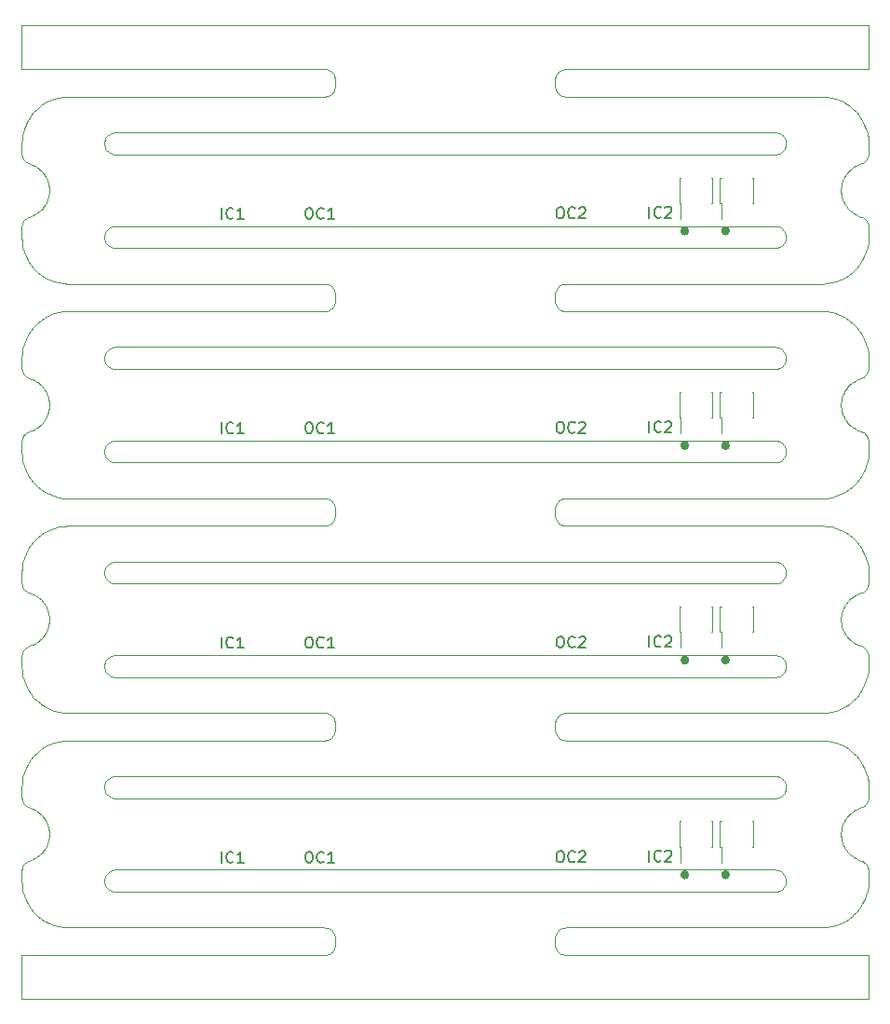
<source format=gbr>
G04 #@! TF.GenerationSoftware,KiCad,Pcbnew,5.1.5+dfsg1-2build2*
G04 #@! TF.CreationDate,2021-10-10T04:01:29+00:00*
G04 #@! TF.ProjectId,base_3.3,62617365-5f33-42e3-932e-6b696361645f,rev?*
G04 #@! TF.SameCoordinates,Original*
G04 #@! TF.FileFunction,Legend,Top*
G04 #@! TF.FilePolarity,Positive*
%FSLAX46Y46*%
G04 Gerber Fmt 4.6, Leading zero omitted, Abs format (unit mm)*
G04 Created by KiCad (PCBNEW 5.1.5+dfsg1-2build2) date 2021-10-10 04:01:29*
%MOMM*%
%LPD*%
G04 APERTURE LIST*
G04 #@! TA.AperFunction,Profile*
%ADD10C,0.100000*%
G04 #@! TD*
%ADD11C,0.120000*%
%ADD12C,0.400000*%
%ADD13C,0.150000*%
G04 APERTURE END LIST*
D10*
X118749900Y-102715900D02*
X118651100Y-102736200D01*
X118846400Y-102685700D02*
X118749900Y-102715900D01*
X118939300Y-102645900D02*
X118846400Y-102685700D01*
X119027600Y-102596800D02*
X118939300Y-102645900D01*
X119110800Y-102538900D02*
X119027600Y-102596800D01*
X119187500Y-102473100D02*
X119110800Y-102538900D01*
X119257100Y-102399800D02*
X119187500Y-102473100D01*
X119319000Y-102319900D02*
X119257100Y-102399800D01*
X119372400Y-102234100D02*
X119319000Y-102319900D01*
X119416900Y-102143400D02*
X119372400Y-102234100D01*
X119452000Y-102048600D02*
X119416900Y-102143400D01*
X119477300Y-101950700D02*
X119452000Y-102048600D01*
X119492600Y-101850800D02*
X119477300Y-101950700D01*
X119497700Y-101749900D02*
X119492600Y-101850800D01*
X119492600Y-101649200D02*
X119497700Y-101749900D01*
X119477300Y-101549300D02*
X119492600Y-101649200D01*
X119452000Y-101451500D02*
X119477300Y-101549300D01*
X119416900Y-101356700D02*
X119452000Y-101451500D01*
X119372400Y-101266000D02*
X119416900Y-101356700D01*
X119319000Y-101180200D02*
X119372400Y-101266000D01*
X119257100Y-101100300D02*
X119319000Y-101180200D01*
X119187300Y-101026800D02*
X119257100Y-101100300D01*
X119110600Y-100961000D02*
X119187300Y-101026800D01*
X119027600Y-100903300D02*
X119110600Y-100961000D01*
X118939300Y-100854200D02*
X119027600Y-100903300D01*
X118846600Y-100814500D02*
X118939300Y-100854200D01*
X118750200Y-100784200D02*
X118846600Y-100814500D01*
X118651200Y-100763800D02*
X118750200Y-100784200D01*
X118550700Y-100753600D02*
X118651200Y-100763800D01*
X118474800Y-100751000D02*
X118550700Y-100753600D01*
X58525400Y-100751000D02*
X118474800Y-100751000D01*
X58449200Y-100753600D02*
X58525400Y-100751000D01*
X58348800Y-100763800D02*
X58449200Y-100753600D01*
X58249800Y-100784200D02*
X58348800Y-100763800D01*
X58153400Y-100814500D02*
X58249800Y-100784200D01*
X58060500Y-100854300D02*
X58153400Y-100814500D01*
X57972100Y-100903400D02*
X58060500Y-100854300D01*
X57889200Y-100961100D02*
X57972100Y-100903400D01*
X57812500Y-101027000D02*
X57889200Y-100961100D01*
X57742900Y-101100300D02*
X57812500Y-101027000D01*
X57681000Y-101180200D02*
X57742900Y-101100300D01*
X57627600Y-101266000D02*
X57681000Y-101180200D01*
X57583100Y-101356700D02*
X57627600Y-101266000D01*
X57548100Y-101451200D02*
X57583100Y-101356700D01*
X57522700Y-101549100D02*
X57548100Y-101451200D01*
X57507400Y-101649000D02*
X57522700Y-101549100D01*
X57502300Y-101749900D02*
X57507400Y-101649000D01*
X57507400Y-101850800D02*
X57502300Y-101749900D01*
X57522700Y-101950700D02*
X57507400Y-101850800D01*
X57548000Y-102048600D02*
X57522700Y-101950700D01*
X57583100Y-102143400D02*
X57548000Y-102048600D01*
X57627600Y-102234100D02*
X57583100Y-102143400D01*
X57681000Y-102319900D02*
X57627600Y-102234100D01*
X57742900Y-102399800D02*
X57681000Y-102319900D01*
X57812500Y-102473100D02*
X57742900Y-102399800D01*
X57889200Y-102538900D02*
X57812500Y-102473100D01*
X57972100Y-102596700D02*
X57889200Y-102538900D01*
X58060500Y-102645700D02*
X57972100Y-102596700D01*
X58153400Y-102685600D02*
X58060500Y-102645700D01*
X58249800Y-102715900D02*
X58153400Y-102685600D01*
X58348800Y-102736200D02*
X58249800Y-102715900D01*
X58449300Y-102746500D02*
X58348800Y-102736200D01*
X58525200Y-102749000D02*
X58449300Y-102746500D01*
X118474900Y-102749000D02*
X58525200Y-102749000D01*
X118550500Y-102746500D02*
X118474900Y-102749000D01*
X118651100Y-102736200D02*
X118550500Y-102746500D01*
X118749900Y-94215900D02*
X118651100Y-94236200D01*
X118846400Y-94185700D02*
X118749900Y-94215900D01*
X118939300Y-94145900D02*
X118846400Y-94185700D01*
X119027600Y-94096800D02*
X118939300Y-94145900D01*
X119110800Y-94038900D02*
X119027600Y-94096800D01*
X119187500Y-93973100D02*
X119110800Y-94038900D01*
X119257100Y-93899800D02*
X119187500Y-93973100D01*
X119319000Y-93819900D02*
X119257100Y-93899800D01*
X119372400Y-93734100D02*
X119319000Y-93819900D01*
X119416900Y-93643400D02*
X119372400Y-93734100D01*
X119452000Y-93548600D02*
X119416900Y-93643400D01*
X119477300Y-93450700D02*
X119452000Y-93548600D01*
X119492600Y-93350800D02*
X119477300Y-93450700D01*
X119497700Y-93249900D02*
X119492600Y-93350800D01*
X119492600Y-93149200D02*
X119497700Y-93249900D01*
X119477300Y-93049300D02*
X119492600Y-93149200D01*
X119452000Y-92951500D02*
X119477300Y-93049300D01*
X119416900Y-92856700D02*
X119452000Y-92951500D01*
X119372400Y-92766000D02*
X119416900Y-92856700D01*
X119319000Y-92680200D02*
X119372400Y-92766000D01*
X119257100Y-92600300D02*
X119319000Y-92680200D01*
X119187300Y-92526800D02*
X119257100Y-92600300D01*
X119110600Y-92461000D02*
X119187300Y-92526800D01*
X119027600Y-92403300D02*
X119110600Y-92461000D01*
X118939300Y-92354200D02*
X119027600Y-92403300D01*
X118846600Y-92314500D02*
X118939300Y-92354200D01*
X118750200Y-92284200D02*
X118846600Y-92314500D01*
X118651200Y-92263800D02*
X118750200Y-92284200D01*
X118550700Y-92253600D02*
X118651200Y-92263800D01*
X118474800Y-92251000D02*
X118550700Y-92253600D01*
X58525400Y-92251000D02*
X118474800Y-92251000D01*
X58449200Y-92253600D02*
X58525400Y-92251000D01*
X58348800Y-92263800D02*
X58449200Y-92253600D01*
X58249800Y-92284200D02*
X58348800Y-92263800D01*
X58153400Y-92314500D02*
X58249800Y-92284200D01*
X58060500Y-92354300D02*
X58153400Y-92314500D01*
X57972100Y-92403400D02*
X58060500Y-92354300D01*
X57889200Y-92461100D02*
X57972100Y-92403400D01*
X57812500Y-92527000D02*
X57889200Y-92461100D01*
X57742900Y-92600300D02*
X57812500Y-92527000D01*
X57681000Y-92680200D02*
X57742900Y-92600300D01*
X57627600Y-92766000D02*
X57681000Y-92680200D01*
X57583100Y-92856700D02*
X57627600Y-92766000D01*
X57548100Y-92951200D02*
X57583100Y-92856700D01*
X57522700Y-93049100D02*
X57548100Y-92951200D01*
X57507400Y-93149000D02*
X57522700Y-93049100D01*
X57502300Y-93249900D02*
X57507400Y-93149000D01*
X57507400Y-93350800D02*
X57502300Y-93249900D01*
X57522700Y-93450700D02*
X57507400Y-93350800D01*
X57548000Y-93548600D02*
X57522700Y-93450700D01*
X57583100Y-93643400D02*
X57548000Y-93548600D01*
X57627600Y-93734100D02*
X57583100Y-93643400D01*
X57681000Y-93819900D02*
X57627600Y-93734100D01*
X57742900Y-93899800D02*
X57681000Y-93819900D01*
X57812500Y-93973100D02*
X57742900Y-93899800D01*
X57889200Y-94038900D02*
X57812500Y-93973100D01*
X57972100Y-94096700D02*
X57889200Y-94038900D01*
X58060500Y-94145700D02*
X57972100Y-94096700D01*
X58153400Y-94185600D02*
X58060500Y-94145700D01*
X58249800Y-94215900D02*
X58153400Y-94185600D01*
X58348800Y-94236200D02*
X58249800Y-94215900D01*
X58449300Y-94246500D02*
X58348800Y-94236200D01*
X58525200Y-94249000D02*
X58449300Y-94246500D01*
X118474900Y-94249000D02*
X58525200Y-94249000D01*
X118550500Y-94246500D02*
X118474900Y-94249000D01*
X118651100Y-94236200D02*
X118550500Y-94246500D01*
X118749900Y-83215900D02*
X118651000Y-83236200D01*
X118846400Y-83185700D02*
X118749900Y-83215900D01*
X118939300Y-83145800D02*
X118846400Y-83185700D01*
X119027600Y-83096800D02*
X118939300Y-83145800D01*
X119110800Y-83038900D02*
X119027600Y-83096800D01*
X119187500Y-82973100D02*
X119110800Y-83038900D01*
X119257100Y-82899800D02*
X119187500Y-82973100D01*
X119319000Y-82819900D02*
X119257100Y-82899800D01*
X119372400Y-82734100D02*
X119319000Y-82819900D01*
X119416900Y-82643300D02*
X119372400Y-82734100D01*
X119452000Y-82548600D02*
X119416900Y-82643300D01*
X119477300Y-82450700D02*
X119452000Y-82548600D01*
X119492600Y-82350800D02*
X119477300Y-82450700D01*
X119497700Y-82249900D02*
X119492600Y-82350800D01*
X119492600Y-82149200D02*
X119497700Y-82249900D01*
X119477300Y-82049300D02*
X119492600Y-82149200D01*
X119452000Y-81951500D02*
X119477300Y-82049300D01*
X119416900Y-81856700D02*
X119452000Y-81951500D01*
X119372400Y-81765900D02*
X119416900Y-81856700D01*
X119319000Y-81680200D02*
X119372400Y-81765900D01*
X119257100Y-81600200D02*
X119319000Y-81680200D01*
X119187300Y-81526800D02*
X119257100Y-81600200D01*
X119110600Y-81461000D02*
X119187300Y-81526800D01*
X119027600Y-81403200D02*
X119110600Y-81461000D01*
X118939300Y-81354200D02*
X119027600Y-81403200D01*
X118846600Y-81314500D02*
X118939300Y-81354200D01*
X118750200Y-81284200D02*
X118846600Y-81314500D01*
X118651200Y-81263800D02*
X118750200Y-81284200D01*
X118550700Y-81253600D02*
X118651200Y-81263800D01*
X118474800Y-81251000D02*
X118550700Y-81253600D01*
X58525300Y-81251000D02*
X118474800Y-81251000D01*
X58449200Y-81253600D02*
X58525300Y-81251000D01*
X58348800Y-81263800D02*
X58449200Y-81253600D01*
X58249800Y-81284200D02*
X58348800Y-81263800D01*
X58153400Y-81314500D02*
X58249800Y-81284200D01*
X58060500Y-81354300D02*
X58153400Y-81314500D01*
X57972100Y-81403400D02*
X58060500Y-81354300D01*
X57889200Y-81461100D02*
X57972100Y-81403400D01*
X57812500Y-81527000D02*
X57889200Y-81461100D01*
X57742900Y-81600200D02*
X57812500Y-81527000D01*
X57681000Y-81680200D02*
X57742900Y-81600200D01*
X57627600Y-81765900D02*
X57681000Y-81680200D01*
X57583100Y-81856700D02*
X57627600Y-81765900D01*
X57548100Y-81951200D02*
X57583100Y-81856700D01*
X57522700Y-82049000D02*
X57548100Y-81951200D01*
X57507400Y-82148900D02*
X57522700Y-82049000D01*
X57502300Y-82249900D02*
X57507400Y-82148900D01*
X57507400Y-82350800D02*
X57502300Y-82249900D01*
X57522700Y-82450700D02*
X57507400Y-82350800D01*
X57548000Y-82548600D02*
X57522700Y-82450700D01*
X57583100Y-82643300D02*
X57548000Y-82548600D01*
X57627600Y-82734100D02*
X57583100Y-82643300D01*
X57681000Y-82819900D02*
X57627600Y-82734100D01*
X57742900Y-82899800D02*
X57681000Y-82819900D01*
X57812500Y-82973100D02*
X57742900Y-82899800D01*
X57889200Y-83038900D02*
X57812500Y-82973100D01*
X57972100Y-83096700D02*
X57889200Y-83038900D01*
X58060500Y-83145700D02*
X57972100Y-83096700D01*
X58153400Y-83185600D02*
X58060500Y-83145700D01*
X58249800Y-83215800D02*
X58153400Y-83185600D01*
X58348800Y-83236200D02*
X58249800Y-83215800D01*
X58449300Y-83246400D02*
X58348800Y-83236200D01*
X58525200Y-83249000D02*
X58449300Y-83246400D01*
X118474800Y-83249000D02*
X58525200Y-83249000D01*
X118550600Y-83246400D02*
X118474800Y-83249000D01*
X118651000Y-83236200D02*
X118550600Y-83246400D01*
X118749900Y-74715900D02*
X118651000Y-74736200D01*
X118846400Y-74685700D02*
X118749900Y-74715900D01*
X118939300Y-74645800D02*
X118846400Y-74685700D01*
X119027600Y-74596800D02*
X118939300Y-74645800D01*
X119110800Y-74538900D02*
X119027600Y-74596800D01*
X119187500Y-74473100D02*
X119110800Y-74538900D01*
X119257100Y-74399800D02*
X119187500Y-74473100D01*
X119319000Y-74319900D02*
X119257100Y-74399800D01*
X119372400Y-74234100D02*
X119319000Y-74319900D01*
X119416900Y-74143300D02*
X119372400Y-74234100D01*
X119452000Y-74048600D02*
X119416900Y-74143300D01*
X119477300Y-73950700D02*
X119452000Y-74048600D01*
X119492600Y-73850800D02*
X119477300Y-73950700D01*
X119497700Y-73749900D02*
X119492600Y-73850800D01*
X119492600Y-73649200D02*
X119497700Y-73749900D01*
X119477300Y-73549300D02*
X119492600Y-73649200D01*
X119452000Y-73451500D02*
X119477300Y-73549300D01*
X119416900Y-73356700D02*
X119452000Y-73451500D01*
X119372400Y-73265900D02*
X119416900Y-73356700D01*
X119319000Y-73180200D02*
X119372400Y-73265900D01*
X119257100Y-73100200D02*
X119319000Y-73180200D01*
X119187300Y-73026800D02*
X119257100Y-73100200D01*
X119110600Y-72961000D02*
X119187300Y-73026800D01*
X119027600Y-72903200D02*
X119110600Y-72961000D01*
X118939300Y-72854200D02*
X119027600Y-72903200D01*
X118846600Y-72814500D02*
X118939300Y-72854200D01*
X118750200Y-72784200D02*
X118846600Y-72814500D01*
X118651200Y-72763800D02*
X118750200Y-72784200D01*
X118550700Y-72753600D02*
X118651200Y-72763800D01*
X118474800Y-72751000D02*
X118550700Y-72753600D01*
X58525300Y-72751000D02*
X118474800Y-72751000D01*
X58449200Y-72753600D02*
X58525300Y-72751000D01*
X58348800Y-72763800D02*
X58449200Y-72753600D01*
X58249800Y-72784200D02*
X58348800Y-72763800D01*
X58153400Y-72814500D02*
X58249800Y-72784200D01*
X58060500Y-72854300D02*
X58153400Y-72814500D01*
X57972100Y-72903400D02*
X58060500Y-72854300D01*
X57889200Y-72961100D02*
X57972100Y-72903400D01*
X57812500Y-73027000D02*
X57889200Y-72961100D01*
X57742900Y-73100200D02*
X57812500Y-73027000D01*
X57681000Y-73180200D02*
X57742900Y-73100200D01*
X57627600Y-73265900D02*
X57681000Y-73180200D01*
X57583100Y-73356700D02*
X57627600Y-73265900D01*
X57548100Y-73451200D02*
X57583100Y-73356700D01*
X57522700Y-73549000D02*
X57548100Y-73451200D01*
X57507400Y-73648900D02*
X57522700Y-73549000D01*
X57502300Y-73749900D02*
X57507400Y-73648900D01*
X57507400Y-73850800D02*
X57502300Y-73749900D01*
X57522700Y-73950700D02*
X57507400Y-73850800D01*
X57548000Y-74048600D02*
X57522700Y-73950700D01*
X57583100Y-74143300D02*
X57548000Y-74048600D01*
X57627600Y-74234100D02*
X57583100Y-74143300D01*
X57681000Y-74319900D02*
X57627600Y-74234100D01*
X57742900Y-74399800D02*
X57681000Y-74319900D01*
X57812500Y-74473100D02*
X57742900Y-74399800D01*
X57889200Y-74538900D02*
X57812500Y-74473100D01*
X57972100Y-74596700D02*
X57889200Y-74538900D01*
X58060500Y-74645700D02*
X57972100Y-74596700D01*
X58153400Y-74685600D02*
X58060500Y-74645700D01*
X58249800Y-74715800D02*
X58153400Y-74685600D01*
X58348800Y-74736200D02*
X58249800Y-74715800D01*
X58449300Y-74746400D02*
X58348800Y-74736200D01*
X58525200Y-74749000D02*
X58449300Y-74746400D01*
X118474800Y-74749000D02*
X58525200Y-74749000D01*
X118550600Y-74746400D02*
X118474800Y-74749000D01*
X118651000Y-74736200D02*
X118550600Y-74746400D01*
X118749900Y-63715900D02*
X118651000Y-63736200D01*
X118846400Y-63685700D02*
X118749900Y-63715900D01*
X118939300Y-63645800D02*
X118846400Y-63685700D01*
X119027600Y-63596800D02*
X118939300Y-63645800D01*
X119110600Y-63539100D02*
X119027600Y-63596800D01*
X119187300Y-63473200D02*
X119110600Y-63539100D01*
X119257100Y-63399800D02*
X119187300Y-63473200D01*
X119319000Y-63319900D02*
X119257100Y-63399800D01*
X119372300Y-63234300D02*
X119319000Y-63319900D01*
X119416800Y-63143600D02*
X119372300Y-63234300D01*
X119451900Y-63048800D02*
X119416800Y-63143600D01*
X119477300Y-62951000D02*
X119451900Y-63048800D01*
X119492600Y-62851100D02*
X119477300Y-62951000D01*
X119497700Y-62750100D02*
X119492600Y-62851100D01*
X119492600Y-62649200D02*
X119497700Y-62750100D01*
X119477300Y-62549300D02*
X119492600Y-62649200D01*
X119452000Y-62451500D02*
X119477300Y-62549300D01*
X119416900Y-62356700D02*
X119452000Y-62451500D01*
X119372400Y-62265900D02*
X119416900Y-62356700D01*
X119319000Y-62180200D02*
X119372400Y-62265900D01*
X119257100Y-62100200D02*
X119319000Y-62180200D01*
X119187300Y-62026800D02*
X119257100Y-62100200D01*
X119110600Y-61960900D02*
X119187300Y-62026800D01*
X119027900Y-61903400D02*
X119110600Y-61960900D01*
X118939500Y-61854300D02*
X119027900Y-61903400D01*
X118846600Y-61814400D02*
X118939500Y-61854300D01*
X118750200Y-61784200D02*
X118846600Y-61814400D01*
X118651200Y-61763800D02*
X118750200Y-61784200D01*
X118550700Y-61753600D02*
X118651200Y-61763800D01*
X118474800Y-61751000D02*
X118550700Y-61753600D01*
X58525200Y-61751000D02*
X118474800Y-61751000D01*
X58449300Y-61753600D02*
X58525200Y-61751000D01*
X58348800Y-61763800D02*
X58449300Y-61753600D01*
X58249800Y-61784200D02*
X58348800Y-61763800D01*
X58153400Y-61814400D02*
X58249800Y-61784200D01*
X58060500Y-61854300D02*
X58153400Y-61814400D01*
X57972100Y-61903400D02*
X58060500Y-61854300D01*
X57889200Y-61961100D02*
X57972100Y-61903400D01*
X57812500Y-62027000D02*
X57889200Y-61961100D01*
X57742900Y-62100200D02*
X57812500Y-62027000D01*
X57681000Y-62180200D02*
X57742900Y-62100200D01*
X57627600Y-62265900D02*
X57681000Y-62180200D01*
X57583100Y-62356700D02*
X57627600Y-62265900D01*
X57548000Y-62451500D02*
X57583100Y-62356700D01*
X57522700Y-62549000D02*
X57548000Y-62451500D01*
X57507400Y-62648900D02*
X57522700Y-62549000D01*
X57502300Y-62749900D02*
X57507400Y-62648900D01*
X57507400Y-62850800D02*
X57502300Y-62749900D01*
X57522700Y-62950700D02*
X57507400Y-62850800D01*
X57548000Y-63048500D02*
X57522700Y-62950700D01*
X57583100Y-63143300D02*
X57548000Y-63048500D01*
X57627600Y-63234100D02*
X57583100Y-63143300D01*
X57681000Y-63319900D02*
X57627600Y-63234100D01*
X57742900Y-63399800D02*
X57681000Y-63319900D01*
X57812500Y-63473000D02*
X57742900Y-63399800D01*
X57889200Y-63538900D02*
X57812500Y-63473000D01*
X57972100Y-63596600D02*
X57889200Y-63538900D01*
X58060500Y-63645700D02*
X57972100Y-63596600D01*
X58153400Y-63685600D02*
X58060500Y-63645700D01*
X58249800Y-63715800D02*
X58153400Y-63685600D01*
X58348800Y-63736200D02*
X58249800Y-63715800D01*
X58449300Y-63746400D02*
X58348800Y-63736200D01*
X58525200Y-63749000D02*
X58449300Y-63746400D01*
X118474800Y-63749000D02*
X58525200Y-63749000D01*
X118550700Y-63746400D02*
X118474800Y-63749000D01*
X118651000Y-63736200D02*
X118550700Y-63746400D01*
X118749900Y-55215900D02*
X118651000Y-55236200D01*
X118846400Y-55185700D02*
X118749900Y-55215900D01*
X118939300Y-55145800D02*
X118846400Y-55185700D01*
X119027600Y-55096800D02*
X118939300Y-55145800D01*
X119110600Y-55039100D02*
X119027600Y-55096800D01*
X119187300Y-54973200D02*
X119110600Y-55039100D01*
X119257100Y-54899800D02*
X119187300Y-54973200D01*
X119319000Y-54819900D02*
X119257100Y-54899800D01*
X119372300Y-54734300D02*
X119319000Y-54819900D01*
X119416800Y-54643600D02*
X119372300Y-54734300D01*
X119451900Y-54548800D02*
X119416800Y-54643600D01*
X119477300Y-54451000D02*
X119451900Y-54548800D01*
X119492600Y-54351100D02*
X119477300Y-54451000D01*
X119497700Y-54250100D02*
X119492600Y-54351100D01*
X119492600Y-54149200D02*
X119497700Y-54250100D01*
X119477300Y-54049300D02*
X119492600Y-54149200D01*
X119452000Y-53951500D02*
X119477300Y-54049300D01*
X119416900Y-53856700D02*
X119452000Y-53951500D01*
X119372400Y-53765900D02*
X119416900Y-53856700D01*
X119319000Y-53680200D02*
X119372400Y-53765900D01*
X119257100Y-53600200D02*
X119319000Y-53680200D01*
X119187300Y-53526800D02*
X119257100Y-53600200D01*
X119110600Y-53460900D02*
X119187300Y-53526800D01*
X119027900Y-53403400D02*
X119110600Y-53460900D01*
X118939500Y-53354300D02*
X119027900Y-53403400D01*
X118846600Y-53314400D02*
X118939500Y-53354300D01*
X118750200Y-53284200D02*
X118846600Y-53314400D01*
X118651200Y-53263800D02*
X118750200Y-53284200D01*
X118550700Y-53253600D02*
X118651200Y-53263800D01*
X118474800Y-53251000D02*
X118550700Y-53253600D01*
X58525200Y-53251000D02*
X118474800Y-53251000D01*
X58449300Y-53253600D02*
X58525200Y-53251000D01*
X58348800Y-53263800D02*
X58449300Y-53253600D01*
X58249800Y-53284200D02*
X58348800Y-53263800D01*
X58153400Y-53314400D02*
X58249800Y-53284200D01*
X58060500Y-53354300D02*
X58153400Y-53314400D01*
X57972100Y-53403400D02*
X58060500Y-53354300D01*
X57889200Y-53461100D02*
X57972100Y-53403400D01*
X57812500Y-53527000D02*
X57889200Y-53461100D01*
X57742900Y-53600200D02*
X57812500Y-53527000D01*
X57681000Y-53680200D02*
X57742900Y-53600200D01*
X57627600Y-53765900D02*
X57681000Y-53680200D01*
X57583100Y-53856700D02*
X57627600Y-53765900D01*
X57548000Y-53951500D02*
X57583100Y-53856700D01*
X57522700Y-54049000D02*
X57548000Y-53951500D01*
X57507400Y-54148900D02*
X57522700Y-54049000D01*
X57502300Y-54249900D02*
X57507400Y-54148900D01*
X57507400Y-54350800D02*
X57502300Y-54249900D01*
X57522700Y-54450700D02*
X57507400Y-54350800D01*
X57548000Y-54548500D02*
X57522700Y-54450700D01*
X57583100Y-54643300D02*
X57548000Y-54548500D01*
X57627600Y-54734100D02*
X57583100Y-54643300D01*
X57681000Y-54819900D02*
X57627600Y-54734100D01*
X57742900Y-54899800D02*
X57681000Y-54819900D01*
X57812500Y-54973000D02*
X57742900Y-54899800D01*
X57889200Y-55038900D02*
X57812500Y-54973000D01*
X57972100Y-55096600D02*
X57889200Y-55038900D01*
X58060500Y-55145700D02*
X57972100Y-55096600D01*
X58153400Y-55185600D02*
X58060500Y-55145700D01*
X58249800Y-55215800D02*
X58153400Y-55185600D01*
X58348800Y-55236200D02*
X58249800Y-55215800D01*
X58449300Y-55246400D02*
X58348800Y-55236200D01*
X58525200Y-55249000D02*
X58449300Y-55246400D01*
X118474800Y-55249000D02*
X58525200Y-55249000D01*
X118550700Y-55246400D02*
X118474800Y-55249000D01*
X118651000Y-55236200D02*
X118550700Y-55246400D01*
X118750200Y-122215900D02*
X118650700Y-122236300D01*
X118846600Y-122185600D02*
X118750200Y-122215900D01*
X118939500Y-122145700D02*
X118846600Y-122185600D01*
X119027900Y-122096700D02*
X118939500Y-122145700D01*
X119110800Y-122038900D02*
X119027900Y-122096700D01*
X119187500Y-121973100D02*
X119110800Y-122038900D01*
X119257100Y-121899800D02*
X119187500Y-121973100D01*
X119319000Y-121819900D02*
X119257100Y-121899800D01*
X119372400Y-121734100D02*
X119319000Y-121819900D01*
X119416900Y-121643400D02*
X119372400Y-121734100D01*
X119452000Y-121548600D02*
X119416900Y-121643400D01*
X119477300Y-121450800D02*
X119452000Y-121548600D01*
X119492600Y-121350900D02*
X119477300Y-121450800D01*
X119497700Y-121249900D02*
X119492600Y-121350900D01*
X119492600Y-121149300D02*
X119497700Y-121249900D01*
X119477300Y-121049300D02*
X119492600Y-121149300D01*
X119452000Y-120951500D02*
X119477300Y-121049300D01*
X119416900Y-120856700D02*
X119452000Y-120951500D01*
X119372400Y-120766000D02*
X119416900Y-120856700D01*
X119319000Y-120680200D02*
X119372400Y-120766000D01*
X119257100Y-120600300D02*
X119319000Y-120680200D01*
X119187300Y-120526800D02*
X119257100Y-120600300D01*
X119110600Y-120461000D02*
X119187300Y-120526800D01*
X119027600Y-120403300D02*
X119110600Y-120461000D01*
X118939300Y-120354200D02*
X119027600Y-120403300D01*
X118846600Y-120314500D02*
X118939300Y-120354200D01*
X118750200Y-120284200D02*
X118846600Y-120314500D01*
X118651200Y-120263900D02*
X118750200Y-120284200D01*
X118550700Y-120253600D02*
X118651200Y-120263900D01*
X118474800Y-120251100D02*
X118550700Y-120253600D01*
X58525000Y-120251100D02*
X118474800Y-120251100D01*
X58449600Y-120253600D02*
X58525000Y-120251100D01*
X58348800Y-120263900D02*
X58449600Y-120253600D01*
X58249800Y-120284200D02*
X58348800Y-120263900D01*
X58153400Y-120314500D02*
X58249800Y-120284200D01*
X58060500Y-120354400D02*
X58153400Y-120314500D01*
X57972100Y-120403400D02*
X58060500Y-120354400D01*
X57889200Y-120461200D02*
X57972100Y-120403400D01*
X57812500Y-120527000D02*
X57889200Y-120461200D01*
X57742900Y-120600300D02*
X57812500Y-120527000D01*
X57681000Y-120680200D02*
X57742900Y-120600300D01*
X57627600Y-120766000D02*
X57681000Y-120680200D01*
X57583100Y-120856700D02*
X57627600Y-120766000D01*
X57548100Y-120951200D02*
X57583100Y-120856700D01*
X57522700Y-121049100D02*
X57548100Y-120951200D01*
X57507400Y-121149000D02*
X57522700Y-121049100D01*
X57502300Y-121249900D02*
X57507400Y-121149000D01*
X57507400Y-121350900D02*
X57502300Y-121249900D01*
X57522700Y-121450800D02*
X57507400Y-121350900D01*
X57548000Y-121548600D02*
X57522700Y-121450800D01*
X57583100Y-121643400D02*
X57548000Y-121548600D01*
X57627600Y-121734100D02*
X57583100Y-121643400D01*
X57681000Y-121819900D02*
X57627600Y-121734100D01*
X57742900Y-121899800D02*
X57681000Y-121819900D01*
X57812500Y-121973100D02*
X57742900Y-121899800D01*
X57889200Y-122038900D02*
X57812500Y-121973100D01*
X57972100Y-122096700D02*
X57889200Y-122038900D01*
X58060500Y-122145700D02*
X57972100Y-122096700D01*
X58153400Y-122185600D02*
X58060500Y-122145700D01*
X58249800Y-122215900D02*
X58153400Y-122185600D01*
X58348800Y-122236200D02*
X58249800Y-122215900D01*
X58449300Y-122246500D02*
X58348800Y-122236200D01*
X58525200Y-122249100D02*
X58449300Y-122246500D01*
X118474500Y-122249100D02*
X58525200Y-122249100D01*
X118550900Y-122246500D02*
X118474500Y-122249100D01*
X118650700Y-122236300D02*
X118550900Y-122246500D01*
X118750200Y-113715900D02*
X118650700Y-113736300D01*
X118846600Y-113685600D02*
X118750200Y-113715900D01*
X118939500Y-113645700D02*
X118846600Y-113685600D01*
X119027900Y-113596700D02*
X118939500Y-113645700D01*
X119110800Y-113538900D02*
X119027900Y-113596700D01*
X119187500Y-113473100D02*
X119110800Y-113538900D01*
X119257100Y-113399800D02*
X119187500Y-113473100D01*
X119319000Y-113319900D02*
X119257100Y-113399800D01*
X119372400Y-113234100D02*
X119319000Y-113319900D01*
X119416900Y-113143400D02*
X119372400Y-113234100D01*
X119452000Y-113048600D02*
X119416900Y-113143400D01*
X119477300Y-112950800D02*
X119452000Y-113048600D01*
X119492600Y-112850900D02*
X119477300Y-112950800D01*
X119497700Y-112749900D02*
X119492600Y-112850900D01*
X119492600Y-112649300D02*
X119497700Y-112749900D01*
X119477300Y-112549300D02*
X119492600Y-112649300D01*
X119452000Y-112451500D02*
X119477300Y-112549300D01*
X119416900Y-112356700D02*
X119452000Y-112451500D01*
X119372400Y-112266000D02*
X119416900Y-112356700D01*
X119319000Y-112180200D02*
X119372400Y-112266000D01*
X119257100Y-112100300D02*
X119319000Y-112180200D01*
X119187300Y-112026800D02*
X119257100Y-112100300D01*
X119110600Y-111961000D02*
X119187300Y-112026800D01*
X119027600Y-111903300D02*
X119110600Y-111961000D01*
X118939300Y-111854200D02*
X119027600Y-111903300D01*
X118846600Y-111814500D02*
X118939300Y-111854200D01*
X118750200Y-111784200D02*
X118846600Y-111814500D01*
X118651200Y-111763900D02*
X118750200Y-111784200D01*
X118550700Y-111753600D02*
X118651200Y-111763900D01*
X118474800Y-111751100D02*
X118550700Y-111753600D01*
X58525000Y-111751100D02*
X118474800Y-111751100D01*
X58449600Y-111753600D02*
X58525000Y-111751100D01*
X58348800Y-111763900D02*
X58449600Y-111753600D01*
X58249800Y-111784200D02*
X58348800Y-111763900D01*
X58153400Y-111814500D02*
X58249800Y-111784200D01*
X58060500Y-111854400D02*
X58153400Y-111814500D01*
X57972100Y-111903400D02*
X58060500Y-111854400D01*
X57889200Y-111961200D02*
X57972100Y-111903400D01*
X57812500Y-112027000D02*
X57889200Y-111961200D01*
X57742900Y-112100300D02*
X57812500Y-112027000D01*
X57681000Y-112180200D02*
X57742900Y-112100300D01*
X57627600Y-112266000D02*
X57681000Y-112180200D01*
X57583100Y-112356700D02*
X57627600Y-112266000D01*
X57548100Y-112451200D02*
X57583100Y-112356700D01*
X57522700Y-112549100D02*
X57548100Y-112451200D01*
X57507400Y-112649000D02*
X57522700Y-112549100D01*
X57502300Y-112749900D02*
X57507400Y-112649000D01*
X57507400Y-112850900D02*
X57502300Y-112749900D01*
X57522700Y-112950800D02*
X57507400Y-112850900D01*
X57548000Y-113048600D02*
X57522700Y-112950800D01*
X57583100Y-113143400D02*
X57548000Y-113048600D01*
X57627600Y-113234100D02*
X57583100Y-113143400D01*
X57681000Y-113319900D02*
X57627600Y-113234100D01*
X57742900Y-113399800D02*
X57681000Y-113319900D01*
X57812500Y-113473100D02*
X57742900Y-113399800D01*
X57889200Y-113538900D02*
X57812500Y-113473100D01*
X57972100Y-113596700D02*
X57889200Y-113538900D01*
X58060500Y-113645700D02*
X57972100Y-113596700D01*
X58153400Y-113685600D02*
X58060500Y-113645700D01*
X58249800Y-113715900D02*
X58153400Y-113685600D01*
X58348800Y-113736200D02*
X58249800Y-113715900D01*
X58449300Y-113746500D02*
X58348800Y-113736200D01*
X58525200Y-113749100D02*
X58449300Y-113746500D01*
X118474500Y-113749100D02*
X58525200Y-113749100D01*
X118550900Y-113746500D02*
X118474500Y-113749100D01*
X118650700Y-113736300D02*
X118550900Y-113746500D01*
X126976500Y-43499000D02*
X50009200Y-43499700D01*
X126991800Y-43499800D02*
X126976500Y-43499000D01*
X126997700Y-43503000D02*
X126991800Y-43499800D01*
X127000200Y-43508200D02*
X126997700Y-43503000D01*
X127001000Y-43523500D02*
X127000200Y-43508200D01*
X127001000Y-47475500D02*
X127001000Y-43523500D01*
X126999700Y-47492700D02*
X127001000Y-47475500D01*
X126996300Y-47497400D02*
X126999700Y-47492700D01*
X126991800Y-47499200D02*
X126996300Y-47497400D01*
X99491300Y-47500000D02*
X126991800Y-47499200D01*
X99394000Y-47504800D02*
X99491300Y-47500000D01*
X99297900Y-47519000D02*
X99394000Y-47504800D01*
X99203600Y-47542600D02*
X99297900Y-47519000D01*
X99112200Y-47575400D02*
X99203600Y-47542600D01*
X99024300Y-47616900D02*
X99112200Y-47575400D01*
X98941000Y-47666900D02*
X99024300Y-47616900D01*
X98863000Y-47724700D02*
X98941000Y-47666900D01*
X98791000Y-47790000D02*
X98863000Y-47724700D01*
X98725700Y-47862000D02*
X98791000Y-47790000D01*
X98667900Y-47940000D02*
X98725700Y-47862000D01*
X98617900Y-48023300D02*
X98667900Y-47940000D01*
X98576400Y-48111100D02*
X98617900Y-48023300D01*
X98543700Y-48202600D02*
X98576400Y-48111100D01*
X98520000Y-48296900D02*
X98543700Y-48202600D01*
X98505800Y-48393000D02*
X98520000Y-48296900D01*
X98501000Y-48490200D02*
X98505800Y-48393000D01*
X98501000Y-49008800D02*
X98501000Y-48490200D01*
X98505800Y-49106000D02*
X98501000Y-49008800D01*
X98520000Y-49202100D02*
X98505800Y-49106000D01*
X98543700Y-49296400D02*
X98520000Y-49202100D01*
X98576400Y-49387900D02*
X98543700Y-49296400D01*
X98617900Y-49475700D02*
X98576400Y-49387900D01*
X98667900Y-49559000D02*
X98617900Y-49475700D01*
X98725700Y-49637000D02*
X98667900Y-49559000D01*
X98791000Y-49709000D02*
X98725700Y-49637000D01*
X98863000Y-49774300D02*
X98791000Y-49709000D01*
X98941000Y-49832100D02*
X98863000Y-49774300D01*
X99024300Y-49882100D02*
X98941000Y-49832100D01*
X99112200Y-49923600D02*
X99024300Y-49882100D01*
X99203600Y-49956400D02*
X99112200Y-49923600D01*
X99297900Y-49980000D02*
X99203600Y-49956400D01*
X99394000Y-49994200D02*
X99297900Y-49980000D01*
X99491300Y-49999000D02*
X99394000Y-49994200D01*
X122743400Y-49999000D02*
X99491300Y-49999000D01*
X123194100Y-50022600D02*
X122743400Y-49999000D01*
X123633500Y-50092200D02*
X123194100Y-50022600D01*
X124063300Y-50207300D02*
X123633500Y-50092200D01*
X124466700Y-50361800D02*
X124063300Y-50207300D01*
X124490700Y-50372500D02*
X124466700Y-50361800D01*
X124863800Y-50562500D02*
X124490700Y-50372500D01*
X124886500Y-50575700D02*
X124863800Y-50562500D01*
X125248700Y-50811300D02*
X124886500Y-50575700D01*
X125594100Y-51091000D02*
X125248700Y-50811300D01*
X125908700Y-51405600D02*
X125594100Y-51091000D01*
X126180800Y-51741100D02*
X125908700Y-51405600D01*
X126196300Y-51762300D02*
X126180800Y-51741100D01*
X126424300Y-52113500D02*
X126196300Y-51762300D01*
X126437400Y-52136200D02*
X126424300Y-52113500D01*
X126633300Y-52521400D02*
X126437400Y-52136200D01*
X126792500Y-52936300D02*
X126633300Y-52521400D01*
X126907700Y-53366000D02*
X126792500Y-52936300D01*
X126975700Y-53792600D02*
X126907700Y-53366000D01*
X126978400Y-53818800D02*
X126975700Y-53792600D01*
X127001000Y-54256500D02*
X126978400Y-53818800D01*
X127001000Y-55139700D02*
X127001000Y-54256500D01*
X126995900Y-55244100D02*
X127001000Y-55139700D01*
X126981400Y-55341600D02*
X126995900Y-55244100D01*
X126957200Y-55437700D02*
X126981400Y-55341600D01*
X126923900Y-55530500D02*
X126957200Y-55437700D01*
X126887300Y-55608200D02*
X126923900Y-55530500D01*
X126875600Y-55630000D02*
X126887300Y-55608200D01*
X126823700Y-55713800D02*
X126875600Y-55630000D01*
X126772100Y-55782500D02*
X126823700Y-55713800D01*
X126714100Y-55846600D02*
X126772100Y-55782500D01*
X126696500Y-55864100D02*
X126714100Y-55846600D01*
X126632400Y-55921400D02*
X126696500Y-55864100D01*
X126562800Y-55973000D02*
X126632400Y-55921400D01*
X126468400Y-56030200D02*
X126562800Y-55973000D01*
X126379100Y-56072000D02*
X126468400Y-56030200D01*
X126100100Y-56170700D02*
X126379100Y-56072000D01*
X126009400Y-56207800D02*
X126100100Y-56170700D01*
X125875300Y-56270600D02*
X126009400Y-56207800D01*
X125788700Y-56316400D02*
X125875300Y-56270600D01*
X125661400Y-56392000D02*
X125788700Y-56316400D01*
X125579800Y-56446200D02*
X125661400Y-56392000D01*
X125460600Y-56533900D02*
X125579800Y-56446200D01*
X125384600Y-56595900D02*
X125460600Y-56533900D01*
X125274600Y-56694900D02*
X125384600Y-56595900D01*
X125205100Y-56764000D02*
X125274600Y-56694900D01*
X125105400Y-56873400D02*
X125205100Y-56764000D01*
X125043000Y-56949000D02*
X125105400Y-56873400D01*
X124954500Y-57067700D02*
X125043000Y-56949000D01*
X124899900Y-57149100D02*
X124954500Y-57067700D01*
X124823600Y-57275900D02*
X124899900Y-57149100D01*
X124777200Y-57362300D02*
X124823600Y-57275900D01*
X124713700Y-57496000D02*
X124777200Y-57362300D01*
X124676000Y-57586500D02*
X124713700Y-57496000D01*
X124626000Y-57725800D02*
X124676000Y-57586500D01*
X124597400Y-57819500D02*
X124626000Y-57725800D01*
X124561300Y-57963100D02*
X124597400Y-57819500D01*
X124542200Y-58059200D02*
X124561300Y-57963100D01*
X124520400Y-58205600D02*
X124542200Y-58059200D01*
X124510700Y-58303100D02*
X124520400Y-58205600D01*
X124503400Y-58451000D02*
X124510700Y-58303100D01*
X124503400Y-58549000D02*
X124503400Y-58451000D01*
X124510700Y-58696900D02*
X124503400Y-58549000D01*
X124520400Y-58794400D02*
X124510700Y-58696900D01*
X124542200Y-58940800D02*
X124520400Y-58794400D01*
X124561300Y-59036900D02*
X124542200Y-58940800D01*
X124597400Y-59180500D02*
X124561300Y-59036900D01*
X124626000Y-59274200D02*
X124597400Y-59180500D01*
X124676000Y-59413500D02*
X124626000Y-59274200D01*
X124713700Y-59504000D02*
X124676000Y-59413500D01*
X124777200Y-59637700D02*
X124713700Y-59504000D01*
X124823600Y-59724100D02*
X124777200Y-59637700D01*
X124899900Y-59850900D02*
X124823600Y-59724100D01*
X124954500Y-59932300D02*
X124899900Y-59850900D01*
X125043000Y-60051000D02*
X124954500Y-59932300D01*
X125105400Y-60126600D02*
X125043000Y-60051000D01*
X125205100Y-60236000D02*
X125105400Y-60126600D01*
X125274600Y-60305100D02*
X125205100Y-60236000D01*
X125384600Y-60404100D02*
X125274600Y-60305100D01*
X125460600Y-60466100D02*
X125384600Y-60404100D01*
X125579800Y-60553800D02*
X125460600Y-60466100D01*
X125661500Y-60608000D02*
X125579800Y-60553800D01*
X125788700Y-60683600D02*
X125661500Y-60608000D01*
X125875300Y-60729500D02*
X125788700Y-60683600D01*
X126009400Y-60792200D02*
X125875300Y-60729500D01*
X126100100Y-60829300D02*
X126009400Y-60792200D01*
X126378700Y-60927800D02*
X126100100Y-60829300D01*
X126457100Y-60964100D02*
X126378700Y-60927800D01*
X126478900Y-60975700D02*
X126457100Y-60964100D01*
X126552700Y-61019900D02*
X126478900Y-60975700D01*
X126622500Y-61070900D02*
X126552700Y-61019900D01*
X126641700Y-61086500D02*
X126622500Y-61070900D01*
X126705400Y-61144300D02*
X126641700Y-61086500D01*
X126763800Y-61207900D02*
X126705400Y-61144300D01*
X126779400Y-61226800D02*
X126763800Y-61207900D01*
X126837500Y-61306700D02*
X126779400Y-61226800D01*
X126881600Y-61380600D02*
X126837500Y-61306700D01*
X126918900Y-61458500D02*
X126881600Y-61380600D01*
X126928400Y-61481300D02*
X126918900Y-61458500D01*
X126960600Y-61574500D02*
X126928400Y-61481300D01*
X126981400Y-61658400D02*
X126960600Y-61574500D01*
X126996700Y-61767700D02*
X126981400Y-61658400D01*
X127001000Y-61860300D02*
X126996700Y-61767700D01*
X127001000Y-62743400D02*
X127001000Y-61860300D01*
X126977400Y-63194100D02*
X127001000Y-62743400D01*
X126907800Y-63633500D02*
X126977400Y-63194100D01*
X126792700Y-64063300D02*
X126907800Y-63633500D01*
X126633000Y-64479200D02*
X126792700Y-64063300D01*
X126431000Y-64875600D02*
X126633000Y-64479200D01*
X126196300Y-65237600D02*
X126431000Y-64875600D01*
X126180900Y-65258900D02*
X126196300Y-65237600D01*
X125917400Y-65584200D02*
X126180900Y-65258900D01*
X125899800Y-65603800D02*
X125917400Y-65584200D01*
X125594400Y-65908700D02*
X125899800Y-65603800D01*
X125258900Y-66180800D02*
X125594400Y-65908700D01*
X125237700Y-66196300D02*
X125258900Y-66180800D01*
X124875500Y-66431100D02*
X125237700Y-66196300D01*
X124490500Y-66627600D02*
X124875500Y-66431100D01*
X124466800Y-66638200D02*
X124490500Y-66627600D01*
X124063700Y-66792500D02*
X124466800Y-66638200D01*
X123634000Y-66907700D02*
X124063700Y-66792500D01*
X123194500Y-66977300D02*
X123634000Y-66907700D01*
X122749900Y-67000900D02*
X123194500Y-66977300D01*
X99491300Y-67001000D02*
X122749900Y-67000900D01*
X99394000Y-67005800D02*
X99491300Y-67001000D01*
X99297900Y-67020000D02*
X99394000Y-67005800D01*
X99203600Y-67043600D02*
X99297900Y-67020000D01*
X99112200Y-67076400D02*
X99203600Y-67043600D01*
X99024300Y-67117900D02*
X99112200Y-67076400D01*
X98941000Y-67167900D02*
X99024300Y-67117900D01*
X98863000Y-67225700D02*
X98941000Y-67167900D01*
X98791000Y-67291000D02*
X98863000Y-67225700D01*
X98725700Y-67363000D02*
X98791000Y-67291000D01*
X98667900Y-67441000D02*
X98725700Y-67363000D01*
X98617900Y-67524300D02*
X98667900Y-67441000D01*
X98576400Y-67612100D02*
X98617900Y-67524300D01*
X98543700Y-67703600D02*
X98576400Y-67612100D01*
X98520000Y-67797900D02*
X98543700Y-67703600D01*
X98505800Y-67894000D02*
X98520000Y-67797900D01*
X98501000Y-67991200D02*
X98505800Y-67894000D01*
X98501000Y-68508800D02*
X98501000Y-67991200D01*
X98505800Y-68606000D02*
X98501000Y-68508800D01*
X98520000Y-68702100D02*
X98505800Y-68606000D01*
X98543700Y-68796400D02*
X98520000Y-68702100D01*
X98576400Y-68887900D02*
X98543700Y-68796400D01*
X98617900Y-68975700D02*
X98576400Y-68887900D01*
X98667900Y-69059000D02*
X98617900Y-68975700D01*
X98725700Y-69137000D02*
X98667900Y-69059000D01*
X98791000Y-69209000D02*
X98725700Y-69137000D01*
X98863000Y-69274300D02*
X98791000Y-69209000D01*
X98941000Y-69332200D02*
X98863000Y-69274300D01*
X99024300Y-69382100D02*
X98941000Y-69332200D01*
X99112200Y-69423600D02*
X99024300Y-69382100D01*
X99203600Y-69456400D02*
X99112200Y-69423600D01*
X99297900Y-69480000D02*
X99203600Y-69456400D01*
X99394000Y-69494200D02*
X99297900Y-69480000D01*
X99491300Y-69499000D02*
X99394000Y-69494200D01*
X122743400Y-69499000D02*
X99491300Y-69499000D01*
X123194600Y-69522700D02*
X122743400Y-69499000D01*
X123634000Y-69592300D02*
X123194600Y-69522700D01*
X124050900Y-69703700D02*
X123634000Y-69592300D01*
X124075900Y-69711800D02*
X124050900Y-69703700D01*
X124466700Y-69861800D02*
X124075900Y-69711800D01*
X124490700Y-69872500D02*
X124466700Y-69861800D01*
X124875100Y-70068700D02*
X124490700Y-69872500D01*
X125237600Y-70303700D02*
X124875100Y-70068700D01*
X125258900Y-70319200D02*
X125237600Y-70303700D01*
X125594100Y-70591000D02*
X125258900Y-70319200D01*
X125908700Y-70905600D02*
X125594100Y-70591000D01*
X126189000Y-71251800D02*
X125908700Y-70905600D01*
X126424300Y-71613500D02*
X126189000Y-71251800D01*
X126437400Y-71636200D02*
X126424300Y-71613500D01*
X126633300Y-72021400D02*
X126437400Y-71636200D01*
X126792500Y-72436300D02*
X126633300Y-72021400D01*
X126907700Y-72866000D02*
X126792500Y-72436300D01*
X126975700Y-73292700D02*
X126907700Y-72866000D01*
X126978400Y-73318800D02*
X126975700Y-73292700D01*
X127000900Y-73750100D02*
X126978400Y-73318800D01*
X127001000Y-74639900D02*
X127000900Y-73750100D01*
X126996800Y-74732000D02*
X127001000Y-74639900D01*
X126994300Y-74756600D02*
X126996800Y-74732000D01*
X126981300Y-74842100D02*
X126994300Y-74756600D01*
X126957300Y-74937200D02*
X126981300Y-74842100D01*
X126928400Y-75018700D02*
X126957300Y-74937200D01*
X126918900Y-75041500D02*
X126928400Y-75018700D01*
X126881500Y-75119500D02*
X126918900Y-75041500D01*
X126830900Y-75203500D02*
X126881500Y-75119500D01*
X126772100Y-75282600D02*
X126830900Y-75203500D01*
X126714100Y-75346600D02*
X126772100Y-75282600D01*
X126696500Y-75364100D02*
X126714100Y-75346600D01*
X126632100Y-75421700D02*
X126696500Y-75364100D01*
X126552700Y-75480100D02*
X126632100Y-75421700D01*
X126457300Y-75535800D02*
X126552700Y-75480100D01*
X126378600Y-75572200D02*
X126457300Y-75535800D01*
X126100100Y-75670700D02*
X126378600Y-75572200D01*
X126009400Y-75707800D02*
X126100100Y-75670700D01*
X125875300Y-75770600D02*
X126009400Y-75707800D01*
X125788700Y-75816400D02*
X125875300Y-75770600D01*
X125661400Y-75892000D02*
X125788700Y-75816400D01*
X125579800Y-75946200D02*
X125661400Y-75892000D01*
X125460600Y-76033900D02*
X125579800Y-75946200D01*
X125384600Y-76095900D02*
X125460600Y-76033900D01*
X125274600Y-76194900D02*
X125384600Y-76095900D01*
X125205100Y-76264000D02*
X125274600Y-76194900D01*
X125105400Y-76373400D02*
X125205100Y-76264000D01*
X125043000Y-76449000D02*
X125105400Y-76373400D01*
X124954500Y-76567700D02*
X125043000Y-76449000D01*
X124899900Y-76649100D02*
X124954500Y-76567700D01*
X124823600Y-76775900D02*
X124899900Y-76649100D01*
X124777200Y-76862300D02*
X124823600Y-76775900D01*
X124713700Y-76996000D02*
X124777200Y-76862300D01*
X124676000Y-77086500D02*
X124713700Y-76996000D01*
X124626000Y-77225800D02*
X124676000Y-77086500D01*
X124597400Y-77319500D02*
X124626000Y-77225800D01*
X124561300Y-77463100D02*
X124597400Y-77319500D01*
X124542200Y-77559200D02*
X124561300Y-77463100D01*
X124520400Y-77705600D02*
X124542200Y-77559200D01*
X124510700Y-77803200D02*
X124520400Y-77705600D01*
X124503400Y-77951000D02*
X124510700Y-77803200D01*
X124503400Y-78049000D02*
X124503400Y-77951000D01*
X124510700Y-78196900D02*
X124503400Y-78049000D01*
X124520400Y-78294400D02*
X124510700Y-78196900D01*
X124542200Y-78440800D02*
X124520400Y-78294400D01*
X124561300Y-78536900D02*
X124542200Y-78440800D01*
X124597400Y-78680500D02*
X124561300Y-78536900D01*
X124626000Y-78774200D02*
X124597400Y-78680500D01*
X124676000Y-78913600D02*
X124626000Y-78774200D01*
X124713700Y-79004100D02*
X124676000Y-78913600D01*
X124777200Y-79137800D02*
X124713700Y-79004100D01*
X124823600Y-79224100D02*
X124777200Y-79137800D01*
X124899900Y-79350900D02*
X124823600Y-79224100D01*
X124954500Y-79432300D02*
X124899900Y-79350900D01*
X125043000Y-79551000D02*
X124954500Y-79432300D01*
X125105400Y-79626600D02*
X125043000Y-79551000D01*
X125205100Y-79736000D02*
X125105400Y-79626600D01*
X125274600Y-79805100D02*
X125205100Y-79736000D01*
X125384600Y-79904200D02*
X125274600Y-79805100D01*
X125460600Y-79966100D02*
X125384600Y-79904200D01*
X125579800Y-80053900D02*
X125460600Y-79966100D01*
X125661500Y-80108000D02*
X125579800Y-80053900D01*
X125788700Y-80183600D02*
X125661500Y-80108000D01*
X125875300Y-80229500D02*
X125788700Y-80183600D01*
X126009400Y-80292200D02*
X125875300Y-80229500D01*
X126100100Y-80329300D02*
X126009400Y-80292200D01*
X126379100Y-80428000D02*
X126100100Y-80329300D01*
X126468400Y-80469800D02*
X126379100Y-80428000D01*
X126562800Y-80527000D02*
X126468400Y-80469800D01*
X126641700Y-80586500D02*
X126562800Y-80527000D01*
X126705400Y-80644300D02*
X126641700Y-80586500D01*
X126763800Y-80707900D02*
X126705400Y-80644300D01*
X126779500Y-80727000D02*
X126763800Y-80707900D01*
X126830700Y-80796100D02*
X126779500Y-80727000D01*
X126881800Y-80881000D02*
X126830700Y-80796100D01*
X126924100Y-80970100D02*
X126881800Y-80881000D01*
X126957400Y-81062800D02*
X126924100Y-80970100D01*
X126981400Y-81158400D02*
X126957400Y-81062800D01*
X126994300Y-81243400D02*
X126981400Y-81158400D01*
X126996800Y-81268000D02*
X126994300Y-81243400D01*
X127001000Y-81360300D02*
X126996800Y-81268000D01*
X127000900Y-82249900D02*
X127001000Y-81360300D01*
X126977300Y-82694600D02*
X127000900Y-82249900D01*
X126907700Y-83134100D02*
X126977300Y-82694600D01*
X126796400Y-83550900D02*
X126907700Y-83134100D01*
X126788200Y-83575900D02*
X126796400Y-83550900D01*
X126638200Y-83966800D02*
X126788200Y-83575900D01*
X126627500Y-83990800D02*
X126638200Y-83966800D01*
X126431300Y-84375100D02*
X126627500Y-83990800D01*
X126196300Y-84737600D02*
X126431300Y-84375100D01*
X126180900Y-84758900D02*
X126196300Y-84737600D01*
X125909000Y-85094100D02*
X126180900Y-84758900D01*
X125594400Y-85408700D02*
X125909000Y-85094100D01*
X125248700Y-85688700D02*
X125594400Y-85408700D01*
X124875100Y-85931300D02*
X125248700Y-85688700D01*
X124478600Y-86133300D02*
X124875100Y-85931300D01*
X124075900Y-86288200D02*
X124478600Y-86133300D01*
X124050900Y-86296400D02*
X124075900Y-86288200D01*
X123634000Y-86407700D02*
X124050900Y-86296400D01*
X123207400Y-86475700D02*
X123634000Y-86407700D01*
X123181200Y-86478400D02*
X123207400Y-86475700D01*
X122749900Y-86500900D02*
X123181200Y-86478400D01*
X99491300Y-86501000D02*
X122749900Y-86500900D01*
X99394000Y-86505800D02*
X99491300Y-86501000D01*
X99297900Y-86520000D02*
X99394000Y-86505800D01*
X99203600Y-86543700D02*
X99297900Y-86520000D01*
X99112200Y-86576400D02*
X99203600Y-86543700D01*
X99024300Y-86617900D02*
X99112200Y-86576400D01*
X98941000Y-86667900D02*
X99024300Y-86617900D01*
X98863000Y-86725700D02*
X98941000Y-86667900D01*
X98791000Y-86791000D02*
X98863000Y-86725700D01*
X98725700Y-86863000D02*
X98791000Y-86791000D01*
X98667900Y-86941000D02*
X98725700Y-86863000D01*
X98617900Y-87024300D02*
X98667900Y-86941000D01*
X98576400Y-87112200D02*
X98617900Y-87024300D01*
X98543700Y-87203600D02*
X98576400Y-87112200D01*
X98520000Y-87297900D02*
X98543700Y-87203600D01*
X98505800Y-87394000D02*
X98520000Y-87297900D01*
X98501000Y-87491300D02*
X98505800Y-87394000D01*
X98501000Y-88008800D02*
X98501000Y-87491300D01*
X98505800Y-88106000D02*
X98501000Y-88008800D01*
X98520000Y-88202100D02*
X98505800Y-88106000D01*
X98543700Y-88296400D02*
X98520000Y-88202100D01*
X98576400Y-88387900D02*
X98543700Y-88296400D01*
X98617900Y-88475700D02*
X98576400Y-88387900D01*
X98667900Y-88559000D02*
X98617900Y-88475700D01*
X98725700Y-88637100D02*
X98667900Y-88559000D01*
X98791000Y-88709000D02*
X98725700Y-88637100D01*
X98863000Y-88774300D02*
X98791000Y-88709000D01*
X98941000Y-88832200D02*
X98863000Y-88774300D01*
X99024300Y-88882100D02*
X98941000Y-88832200D01*
X99112200Y-88923600D02*
X99024300Y-88882100D01*
X99203600Y-88956400D02*
X99112200Y-88923600D01*
X99297900Y-88980000D02*
X99203600Y-88956400D01*
X99394000Y-88994200D02*
X99297900Y-88980000D01*
X99491300Y-88999000D02*
X99394000Y-88994200D01*
X122749900Y-88999100D02*
X99491300Y-88999000D01*
X123181200Y-89021600D02*
X122749900Y-88999100D01*
X123207300Y-89024400D02*
X123181200Y-89021600D01*
X123633500Y-89092200D02*
X123207300Y-89024400D01*
X124050900Y-89203700D02*
X123633500Y-89092200D01*
X124075900Y-89211800D02*
X124050900Y-89203700D01*
X124478700Y-89366800D02*
X124075900Y-89211800D01*
X124875600Y-89569000D02*
X124478700Y-89366800D01*
X125248700Y-89811400D02*
X124875600Y-89569000D01*
X125584200Y-90082600D02*
X125248700Y-89811400D01*
X125603800Y-90100200D02*
X125584200Y-90082600D01*
X125899800Y-90396200D02*
X125603800Y-90100200D01*
X125917400Y-90415800D02*
X125899800Y-90396200D01*
X126188700Y-90751400D02*
X125917400Y-90415800D01*
X126424300Y-91113500D02*
X126188700Y-90751400D01*
X126437400Y-91136200D02*
X126424300Y-91113500D01*
X126633100Y-91520900D02*
X126437400Y-91136200D01*
X126792500Y-91936300D02*
X126633100Y-91520900D01*
X126907700Y-92366000D02*
X126792500Y-91936300D01*
X126977400Y-92806000D02*
X126907700Y-92366000D01*
X127000900Y-93250200D02*
X126977400Y-92806000D01*
X127001000Y-94139700D02*
X127000900Y-93250200D01*
X126996800Y-94232000D02*
X127001000Y-94139700D01*
X126994300Y-94256700D02*
X126996800Y-94232000D01*
X126981400Y-94341700D02*
X126994300Y-94256700D01*
X126957300Y-94437300D02*
X126981400Y-94341700D01*
X126924000Y-94530000D02*
X126957300Y-94437300D01*
X126881500Y-94619500D02*
X126924000Y-94530000D01*
X126830700Y-94703900D02*
X126881500Y-94619500D01*
X126779600Y-94773000D02*
X126830700Y-94703900D01*
X126763800Y-94792100D02*
X126779600Y-94773000D01*
X126705700Y-94855400D02*
X126763800Y-94792100D01*
X126641700Y-94913500D02*
X126705700Y-94855400D01*
X126562800Y-94973100D02*
X126641700Y-94913500D01*
X126468400Y-95030300D02*
X126562800Y-94973100D01*
X126379100Y-95072000D02*
X126468400Y-95030300D01*
X126100100Y-95170800D02*
X126379100Y-95072000D01*
X126009400Y-95207900D02*
X126100100Y-95170800D01*
X125875300Y-95270600D02*
X126009400Y-95207900D01*
X125788700Y-95316400D02*
X125875300Y-95270600D01*
X125661400Y-95392000D02*
X125788700Y-95316400D01*
X125579800Y-95446200D02*
X125661400Y-95392000D01*
X125460600Y-95534000D02*
X125579800Y-95446200D01*
X125384600Y-95595900D02*
X125460600Y-95534000D01*
X125274600Y-95695000D02*
X125384600Y-95595900D01*
X125205100Y-95764100D02*
X125274600Y-95695000D01*
X125105400Y-95873500D02*
X125205100Y-95764100D01*
X125043000Y-95949100D02*
X125105400Y-95873500D01*
X124954500Y-96067800D02*
X125043000Y-95949100D01*
X124899900Y-96149100D02*
X124954500Y-96067800D01*
X124823600Y-96275900D02*
X124899900Y-96149100D01*
X124777200Y-96362300D02*
X124823600Y-96275900D01*
X124713700Y-96496000D02*
X124777200Y-96362300D01*
X124676000Y-96586500D02*
X124713700Y-96496000D01*
X124626000Y-96725800D02*
X124676000Y-96586500D01*
X124597400Y-96819600D02*
X124626000Y-96725800D01*
X124561300Y-96963100D02*
X124597400Y-96819600D01*
X124542200Y-97059200D02*
X124561300Y-96963100D01*
X124520400Y-97205600D02*
X124542200Y-97059200D01*
X124510700Y-97303200D02*
X124520400Y-97205600D01*
X124503400Y-97451000D02*
X124510700Y-97303200D01*
X124503400Y-97549000D02*
X124503400Y-97451000D01*
X124510700Y-97696900D02*
X124503400Y-97549000D01*
X124520400Y-97794400D02*
X124510700Y-97696900D01*
X124542200Y-97940800D02*
X124520400Y-97794400D01*
X124561300Y-98036900D02*
X124542200Y-97940800D01*
X124597400Y-98180500D02*
X124561300Y-98036900D01*
X124626000Y-98274300D02*
X124597400Y-98180500D01*
X124676000Y-98413600D02*
X124626000Y-98274300D01*
X124713700Y-98504100D02*
X124676000Y-98413600D01*
X124777200Y-98637800D02*
X124713700Y-98504100D01*
X124823600Y-98724100D02*
X124777200Y-98637800D01*
X124899900Y-98850900D02*
X124823600Y-98724100D01*
X124954500Y-98932300D02*
X124899900Y-98850900D01*
X125043000Y-99051000D02*
X124954500Y-98932300D01*
X125105400Y-99126600D02*
X125043000Y-99051000D01*
X125205100Y-99236000D02*
X125105400Y-99126600D01*
X125274600Y-99305100D02*
X125205100Y-99236000D01*
X125384600Y-99404200D02*
X125274600Y-99305100D01*
X125460600Y-99466100D02*
X125384600Y-99404200D01*
X125579800Y-99553900D02*
X125460600Y-99466100D01*
X125661500Y-99608000D02*
X125579800Y-99553900D01*
X125788700Y-99683600D02*
X125661500Y-99608000D01*
X125875300Y-99729500D02*
X125788700Y-99683600D01*
X126009400Y-99792200D02*
X125875300Y-99729500D01*
X126100100Y-99829300D02*
X126009400Y-99792200D01*
X126367300Y-99923500D02*
X126100100Y-99829300D01*
X126390200Y-99932900D02*
X126367300Y-99923500D01*
X126468000Y-99969600D02*
X126390200Y-99932900D01*
X126542400Y-100013500D02*
X126468000Y-99969600D01*
X126563000Y-100027100D02*
X126542400Y-100013500D01*
X126632500Y-100078700D02*
X126563000Y-100027100D01*
X126705400Y-100144300D02*
X126632500Y-100078700D01*
X126763800Y-100208000D02*
X126705400Y-100144300D01*
X126779500Y-100227000D02*
X126763800Y-100208000D01*
X126837500Y-100306800D02*
X126779500Y-100227000D01*
X126881800Y-100381000D02*
X126837500Y-100306800D01*
X126923900Y-100469600D02*
X126881800Y-100381000D01*
X126957200Y-100562400D02*
X126923900Y-100469600D01*
X126978600Y-100646100D02*
X126957200Y-100562400D01*
X126983400Y-100670400D02*
X126978600Y-100646100D01*
X126995800Y-100755500D02*
X126983400Y-100670400D01*
X127000900Y-100854200D02*
X126995800Y-100755500D01*
X127000900Y-101750200D02*
X127000900Y-100854200D01*
X126977300Y-102194600D02*
X127000900Y-101750200D01*
X126907700Y-102634100D02*
X126977300Y-102194600D01*
X126792500Y-103063800D02*
X126907700Y-102634100D01*
X126633000Y-103479200D02*
X126792500Y-103063800D01*
X126431000Y-103875600D02*
X126633000Y-103479200D01*
X126196300Y-104237700D02*
X126431000Y-103875600D01*
X126181000Y-104258700D02*
X126196300Y-104237700D01*
X125908700Y-104594500D02*
X126181000Y-104258700D01*
X125594000Y-104909100D02*
X125908700Y-104594500D01*
X125248200Y-105189100D02*
X125594000Y-104909100D01*
X124875100Y-105431400D02*
X125248200Y-105189100D01*
X124478600Y-105633300D02*
X124875100Y-105431400D01*
X124063300Y-105792700D02*
X124478600Y-105633300D01*
X123633500Y-105907900D02*
X124063300Y-105792700D01*
X123207400Y-105975700D02*
X123633500Y-105907900D01*
X123181200Y-105978400D02*
X123207400Y-105975700D01*
X122743500Y-106001000D02*
X123181200Y-105978400D01*
X99491300Y-106001000D02*
X122743500Y-106001000D01*
X99394000Y-106005800D02*
X99491300Y-106001000D01*
X99297900Y-106020100D02*
X99394000Y-106005800D01*
X99203600Y-106043700D02*
X99297900Y-106020100D01*
X99112200Y-106076400D02*
X99203600Y-106043700D01*
X99024300Y-106117900D02*
X99112200Y-106076400D01*
X98941000Y-106167900D02*
X99024300Y-106117900D01*
X98863000Y-106225800D02*
X98941000Y-106167900D01*
X98791000Y-106291000D02*
X98863000Y-106225800D01*
X98725700Y-106363000D02*
X98791000Y-106291000D01*
X98667900Y-106441000D02*
X98725700Y-106363000D01*
X98617900Y-106524300D02*
X98667900Y-106441000D01*
X98576400Y-106612200D02*
X98617900Y-106524300D01*
X98543700Y-106703600D02*
X98576400Y-106612200D01*
X98520000Y-106797900D02*
X98543700Y-106703600D01*
X98505800Y-106894000D02*
X98520000Y-106797900D01*
X98501000Y-106991300D02*
X98505800Y-106894000D01*
X98501000Y-107508800D02*
X98501000Y-106991300D01*
X98505800Y-107606100D02*
X98501000Y-107508800D01*
X98520000Y-107702200D02*
X98505800Y-107606100D01*
X98543700Y-107796500D02*
X98520000Y-107702200D01*
X98576400Y-107887900D02*
X98543700Y-107796500D01*
X98617900Y-107975800D02*
X98576400Y-107887900D01*
X98667900Y-108059100D02*
X98617900Y-107975800D01*
X98725700Y-108137100D02*
X98667900Y-108059100D01*
X98791000Y-108209100D02*
X98725700Y-108137100D01*
X98863000Y-108274400D02*
X98791000Y-108209100D01*
X98941000Y-108332200D02*
X98863000Y-108274400D01*
X99024300Y-108382200D02*
X98941000Y-108332200D01*
X99112200Y-108423700D02*
X99024300Y-108382200D01*
X99203600Y-108456400D02*
X99112200Y-108423700D01*
X99297900Y-108480000D02*
X99203600Y-108456400D01*
X99394000Y-108494300D02*
X99297900Y-108480000D01*
X99491300Y-108499100D02*
X99394000Y-108494300D01*
X122749900Y-108499200D02*
X99491300Y-108499100D01*
X123181200Y-108521600D02*
X122749900Y-108499200D01*
X123207300Y-108524400D02*
X123181200Y-108521600D01*
X123633500Y-108592200D02*
X123207300Y-108524400D01*
X124050900Y-108703700D02*
X123633500Y-108592200D01*
X124075900Y-108711800D02*
X124050900Y-108703700D01*
X124478700Y-108866800D02*
X124075900Y-108711800D01*
X124875100Y-109068800D02*
X124478700Y-108866800D01*
X125248300Y-109311100D02*
X124875100Y-109068800D01*
X125594500Y-109591400D02*
X125248300Y-109311100D01*
X125909000Y-109906000D02*
X125594500Y-109591400D01*
X126180800Y-110241100D02*
X125909000Y-109906000D01*
X126196300Y-110262400D02*
X126180800Y-110241100D01*
X126424300Y-110613500D02*
X126196300Y-110262400D01*
X126437400Y-110636300D02*
X126424300Y-110613500D01*
X126633100Y-111020900D02*
X126437400Y-110636300D01*
X126788200Y-111424100D02*
X126633100Y-111020900D01*
X126796300Y-111449100D02*
X126788200Y-111424100D01*
X126907700Y-111866100D02*
X126796300Y-111449100D01*
X126977300Y-112305500D02*
X126907700Y-111866100D01*
X127000900Y-112750200D02*
X126977300Y-112305500D01*
X127001000Y-113639800D02*
X127000900Y-112750200D01*
X126996800Y-113732100D02*
X127001000Y-113639800D01*
X126994300Y-113756700D02*
X126996800Y-113732100D01*
X126981400Y-113841700D02*
X126994300Y-113756700D01*
X126957300Y-113937300D02*
X126981400Y-113841700D01*
X126924000Y-114030100D02*
X126957300Y-113937300D01*
X126881800Y-114119100D02*
X126924000Y-114030100D01*
X126830700Y-114204000D02*
X126881800Y-114119100D01*
X126779600Y-114273000D02*
X126830700Y-114204000D01*
X126763800Y-114292100D02*
X126779600Y-114273000D01*
X126705700Y-114355500D02*
X126763800Y-114292100D01*
X126641700Y-114413500D02*
X126705700Y-114355500D01*
X126562800Y-114473100D02*
X126641700Y-114413500D01*
X126468400Y-114530300D02*
X126562800Y-114473100D01*
X126379100Y-114572100D02*
X126468400Y-114530300D01*
X126100100Y-114670800D02*
X126379100Y-114572100D01*
X126009400Y-114707900D02*
X126100100Y-114670800D01*
X125875300Y-114770600D02*
X126009400Y-114707900D01*
X125788700Y-114816500D02*
X125875300Y-114770600D01*
X125661400Y-114892100D02*
X125788700Y-114816500D01*
X125579800Y-114946200D02*
X125661400Y-114892100D01*
X125460600Y-115034000D02*
X125579800Y-114946200D01*
X125384600Y-115095900D02*
X125460600Y-115034000D01*
X125274600Y-115195000D02*
X125384600Y-115095900D01*
X125205100Y-115264100D02*
X125274600Y-115195000D01*
X125105400Y-115373500D02*
X125205100Y-115264100D01*
X125043000Y-115449100D02*
X125105400Y-115373500D01*
X124954500Y-115567800D02*
X125043000Y-115449100D01*
X124899900Y-115649100D02*
X124954500Y-115567800D01*
X124823600Y-115776000D02*
X124899900Y-115649100D01*
X124777200Y-115862300D02*
X124823600Y-115776000D01*
X124713700Y-115996000D02*
X124777200Y-115862300D01*
X124676000Y-116086500D02*
X124713700Y-115996000D01*
X124626000Y-116225800D02*
X124676000Y-116086500D01*
X124597400Y-116319600D02*
X124626000Y-116225800D01*
X124561300Y-116463100D02*
X124597400Y-116319600D01*
X124542200Y-116559300D02*
X124561300Y-116463100D01*
X124520400Y-116705700D02*
X124542200Y-116559300D01*
X124510700Y-116803200D02*
X124520400Y-116705700D01*
X124503400Y-116951000D02*
X124510700Y-116803200D01*
X124503400Y-117049100D02*
X124503400Y-116951000D01*
X124510700Y-117196900D02*
X124503400Y-117049100D01*
X124520400Y-117294400D02*
X124510700Y-117196900D01*
X124542200Y-117440900D02*
X124520400Y-117294400D01*
X124561300Y-117537000D02*
X124542200Y-117440900D01*
X124597400Y-117680500D02*
X124561300Y-117537000D01*
X124626000Y-117774300D02*
X124597400Y-117680500D01*
X124676000Y-117913600D02*
X124626000Y-117774300D01*
X124713700Y-118004100D02*
X124676000Y-117913600D01*
X124777200Y-118137800D02*
X124713700Y-118004100D01*
X124823600Y-118224100D02*
X124777200Y-118137800D01*
X124899900Y-118351000D02*
X124823600Y-118224100D01*
X124954500Y-118432300D02*
X124899900Y-118351000D01*
X125043000Y-118551000D02*
X124954500Y-118432300D01*
X125105400Y-118626600D02*
X125043000Y-118551000D01*
X125205100Y-118736000D02*
X125105400Y-118626600D01*
X125274600Y-118805100D02*
X125205100Y-118736000D01*
X125384600Y-118904200D02*
X125274600Y-118805100D01*
X125460600Y-118966100D02*
X125384600Y-118904200D01*
X125579800Y-119053900D02*
X125460600Y-118966100D01*
X125661500Y-119108000D02*
X125579800Y-119053900D01*
X125788700Y-119183600D02*
X125661500Y-119108000D01*
X125875300Y-119229500D02*
X125788700Y-119183600D01*
X126009400Y-119292200D02*
X125875300Y-119229500D01*
X126100100Y-119329300D02*
X126009400Y-119292200D01*
X126378700Y-119427900D02*
X126100100Y-119329300D01*
X126457300Y-119464300D02*
X126378700Y-119427900D01*
X126552700Y-119520000D02*
X126457300Y-119464300D01*
X126632100Y-119578400D02*
X126552700Y-119520000D01*
X126696500Y-119636000D02*
X126632100Y-119578400D01*
X126714100Y-119653400D02*
X126696500Y-119636000D01*
X126772100Y-119717500D02*
X126714100Y-119653400D01*
X126830700Y-119796200D02*
X126772100Y-119717500D01*
X126875500Y-119870000D02*
X126830700Y-119796200D01*
X126887200Y-119891800D02*
X126875500Y-119870000D01*
X126923900Y-119969600D02*
X126887200Y-119891800D01*
X126953400Y-120050900D02*
X126923900Y-119969600D01*
X126960600Y-120074500D02*
X126953400Y-120050900D01*
X126983400Y-120170400D02*
X126960600Y-120074500D01*
X126995900Y-120256000D02*
X126983400Y-120170400D01*
X127000900Y-120354300D02*
X126995900Y-120256000D01*
X127000900Y-121250000D02*
X127000900Y-120354300D01*
X126977300Y-121694700D02*
X127000900Y-121250000D01*
X126910200Y-122120900D02*
X126977300Y-121694700D01*
X126904700Y-122146600D02*
X126910200Y-122120900D01*
X126792700Y-122563400D02*
X126904700Y-122146600D01*
X126638200Y-122966800D02*
X126792700Y-122563400D01*
X126627500Y-122990800D02*
X126638200Y-122966800D01*
X126431300Y-123375200D02*
X126627500Y-122990800D01*
X126196300Y-123737700D02*
X126431300Y-123375200D01*
X126180900Y-123758900D02*
X126196300Y-123737700D01*
X125909000Y-124094100D02*
X126180900Y-123758900D01*
X125603800Y-124399800D02*
X125909000Y-124094100D01*
X125584300Y-124417400D02*
X125603800Y-124399800D01*
X125248700Y-124688800D02*
X125584300Y-124417400D01*
X124875100Y-124931400D02*
X125248700Y-124688800D01*
X124490800Y-125127600D02*
X124875100Y-124931400D01*
X124466800Y-125138200D02*
X124490800Y-125127600D01*
X124075900Y-125288300D02*
X124466800Y-125138200D01*
X124050900Y-125296400D02*
X124075900Y-125288300D01*
X123634000Y-125407800D02*
X124050900Y-125296400D01*
X123207400Y-125475700D02*
X123634000Y-125407800D01*
X123181200Y-125478500D02*
X123207400Y-125475700D01*
X122743500Y-125501100D02*
X123181200Y-125478500D01*
X99491300Y-125501100D02*
X122743500Y-125501100D01*
X99394000Y-125505800D02*
X99491300Y-125501100D01*
X99297900Y-125520100D02*
X99394000Y-125505800D01*
X99203600Y-125543700D02*
X99297900Y-125520100D01*
X99112200Y-125576400D02*
X99203600Y-125543700D01*
X99024300Y-125618000D02*
X99112200Y-125576400D01*
X98941000Y-125667900D02*
X99024300Y-125618000D01*
X98863000Y-125725800D02*
X98941000Y-125667900D01*
X98791000Y-125791000D02*
X98863000Y-125725800D01*
X98725700Y-125863000D02*
X98791000Y-125791000D01*
X98667900Y-125941100D02*
X98725700Y-125863000D01*
X98617900Y-126024400D02*
X98667900Y-125941100D01*
X98576400Y-126112200D02*
X98617900Y-126024400D01*
X98543700Y-126203700D02*
X98576400Y-126112200D01*
X98520000Y-126297900D02*
X98543700Y-126203700D01*
X98505800Y-126394000D02*
X98520000Y-126297900D01*
X98501000Y-126491300D02*
X98505800Y-126394000D01*
X98501000Y-127009800D02*
X98501000Y-126491300D01*
X98505800Y-127107100D02*
X98501000Y-127009800D01*
X98520000Y-127203200D02*
X98505800Y-127107100D01*
X98543700Y-127297400D02*
X98520000Y-127203200D01*
X98576400Y-127388900D02*
X98543700Y-127297400D01*
X98617900Y-127476700D02*
X98576400Y-127388900D01*
X98667900Y-127560100D02*
X98617900Y-127476700D01*
X98725700Y-127638100D02*
X98667900Y-127560100D01*
X98791000Y-127710100D02*
X98725700Y-127638100D01*
X98863000Y-127775300D02*
X98791000Y-127710100D01*
X98941000Y-127833200D02*
X98863000Y-127775300D01*
X99024300Y-127883200D02*
X98941000Y-127833200D01*
X99112200Y-127924700D02*
X99024300Y-127883200D01*
X99203600Y-127957400D02*
X99112200Y-127924700D01*
X99297900Y-127981000D02*
X99203600Y-127957400D01*
X99394000Y-127995300D02*
X99297900Y-127981000D01*
X99491300Y-128000100D02*
X99394000Y-127995300D01*
X126991800Y-128000900D02*
X99491300Y-128000100D01*
X126996300Y-128002700D02*
X126991800Y-128000900D01*
X126999700Y-128007400D02*
X126996300Y-128002700D01*
X127001000Y-128024600D02*
X126999700Y-128007400D01*
X127001000Y-131976500D02*
X127001000Y-128024600D01*
X127000200Y-131991900D02*
X127001000Y-131976500D01*
X126997000Y-131997800D02*
X127000200Y-131991900D01*
X126991800Y-132000300D02*
X126997000Y-131997800D01*
X126976500Y-132001100D02*
X126991800Y-132000300D01*
X50023500Y-132001100D02*
X126976500Y-132001100D01*
X50008200Y-132000300D02*
X50023500Y-132001100D01*
X50002300Y-131997100D02*
X50008200Y-132000300D01*
X49999800Y-131991900D02*
X50002300Y-131997100D01*
X49999000Y-131976500D02*
X49999800Y-131991900D01*
X49999000Y-128024600D02*
X49999000Y-131976500D01*
X50000300Y-128007400D02*
X49999000Y-128024600D01*
X50003000Y-128003300D02*
X50000300Y-128007400D01*
X50008200Y-128000900D02*
X50003000Y-128003300D01*
X77508800Y-128000100D02*
X50008200Y-128000900D01*
X77606000Y-127995300D02*
X77508800Y-128000100D01*
X77702100Y-127981000D02*
X77606000Y-127995300D01*
X77796400Y-127957400D02*
X77702100Y-127981000D01*
X77887900Y-127924700D02*
X77796400Y-127957400D01*
X77975700Y-127883200D02*
X77887900Y-127924700D01*
X78059000Y-127833200D02*
X77975700Y-127883200D01*
X78137100Y-127775300D02*
X78059000Y-127833200D01*
X78209000Y-127710100D02*
X78137100Y-127775300D01*
X78274300Y-127638100D02*
X78209000Y-127710100D01*
X78332200Y-127560100D02*
X78274300Y-127638100D01*
X78382100Y-127476700D02*
X78332200Y-127560100D01*
X78423600Y-127388900D02*
X78382100Y-127476700D01*
X78456400Y-127297400D02*
X78423600Y-127388900D01*
X78480000Y-127203200D02*
X78456400Y-127297400D01*
X78494200Y-127107100D02*
X78480000Y-127203200D01*
X78499000Y-127009800D02*
X78494200Y-127107100D01*
X78499000Y-126491300D02*
X78499000Y-127009800D01*
X78494200Y-126394000D02*
X78499000Y-126491300D01*
X78480000Y-126297900D02*
X78494200Y-126394000D01*
X78456400Y-126203700D02*
X78480000Y-126297900D01*
X78423600Y-126112200D02*
X78456400Y-126203700D01*
X78382100Y-126024400D02*
X78423600Y-126112200D01*
X78332200Y-125941100D02*
X78382100Y-126024400D01*
X78274300Y-125863000D02*
X78332200Y-125941100D01*
X78209000Y-125791100D02*
X78274300Y-125863000D01*
X78137100Y-125725800D02*
X78209000Y-125791100D01*
X78059000Y-125667900D02*
X78137100Y-125725800D01*
X77975700Y-125618000D02*
X78059000Y-125667900D01*
X77887900Y-125576500D02*
X77975700Y-125618000D01*
X77796400Y-125543700D02*
X77887900Y-125576500D01*
X77702100Y-125520100D02*
X77796400Y-125543700D01*
X77606000Y-125505900D02*
X77702100Y-125520100D01*
X77508800Y-125501100D02*
X77606000Y-125505900D01*
X54256600Y-125501100D02*
X77508800Y-125501100D01*
X53805900Y-125477400D02*
X54256600Y-125501100D01*
X53366500Y-125407900D02*
X53805900Y-125477400D01*
X52936700Y-125292700D02*
X53366500Y-125407900D01*
X52533300Y-125138300D02*
X52936700Y-125292700D01*
X52509300Y-125127600D02*
X52533300Y-125138300D01*
X52136200Y-124937500D02*
X52509300Y-125127600D01*
X52113500Y-124924400D02*
X52136200Y-124937500D01*
X51751300Y-124688700D02*
X52113500Y-124924400D01*
X51405900Y-124409100D02*
X51751300Y-124688700D01*
X51091300Y-124094500D02*
X51405900Y-124409100D01*
X50819200Y-123759000D02*
X51091300Y-124094500D01*
X50803700Y-123737700D02*
X50819200Y-123759000D01*
X50575700Y-123386600D02*
X50803700Y-123737700D01*
X50562600Y-123363800D02*
X50575700Y-123386600D01*
X50366700Y-122978700D02*
X50562600Y-123363800D01*
X50207500Y-122563800D02*
X50366700Y-122978700D01*
X50092300Y-122134000D02*
X50207500Y-122563800D01*
X50024300Y-121707400D02*
X50092300Y-122134000D01*
X50021600Y-121681300D02*
X50024300Y-121707400D01*
X49999000Y-121243500D02*
X50021600Y-121681300D01*
X49999000Y-120360400D02*
X49999000Y-121243500D01*
X50004100Y-120255900D02*
X49999000Y-120360400D01*
X50018600Y-120158400D02*
X50004100Y-120255900D01*
X50042800Y-120062400D02*
X50018600Y-120158400D01*
X50076100Y-119969600D02*
X50042800Y-120062400D01*
X50112700Y-119891900D02*
X50076100Y-119969600D01*
X50124400Y-119870100D02*
X50112700Y-119891900D01*
X50176300Y-119786300D02*
X50124400Y-119870100D01*
X50227900Y-119717500D02*
X50176300Y-119786300D01*
X50285900Y-119653400D02*
X50227900Y-119717500D01*
X50303500Y-119636000D02*
X50285900Y-119653400D01*
X50367600Y-119578700D02*
X50303500Y-119636000D01*
X50437200Y-119527000D02*
X50367600Y-119578700D01*
X50531700Y-119469800D02*
X50437200Y-119527000D01*
X50620900Y-119428000D02*
X50531700Y-119469800D01*
X50899900Y-119329300D02*
X50620900Y-119428000D01*
X50990600Y-119292200D02*
X50899900Y-119329300D01*
X51124700Y-119229500D02*
X50990600Y-119292200D01*
X51211300Y-119183600D02*
X51124700Y-119229500D01*
X51338600Y-119108000D02*
X51211300Y-119183600D01*
X51420200Y-119053900D02*
X51338600Y-119108000D01*
X51539400Y-118966100D02*
X51420200Y-119053900D01*
X51615400Y-118904200D02*
X51539400Y-118966100D01*
X51725400Y-118805100D02*
X51615400Y-118904200D01*
X51794900Y-118736000D02*
X51725400Y-118805100D01*
X51894600Y-118626600D02*
X51794900Y-118736000D01*
X51957000Y-118551000D02*
X51894600Y-118626600D01*
X52045500Y-118432300D02*
X51957000Y-118551000D01*
X52100100Y-118351000D02*
X52045500Y-118432300D01*
X52176400Y-118224100D02*
X52100100Y-118351000D01*
X52222800Y-118137800D02*
X52176400Y-118224100D01*
X52286300Y-118004100D02*
X52222800Y-118137800D01*
X52324000Y-117913600D02*
X52286300Y-118004100D01*
X52374000Y-117774300D02*
X52324000Y-117913600D01*
X52402600Y-117680500D02*
X52374000Y-117774300D01*
X52438700Y-117537000D02*
X52402600Y-117680500D01*
X52457800Y-117440900D02*
X52438700Y-117537000D01*
X52479700Y-117294400D02*
X52457800Y-117440900D01*
X52489300Y-117196900D02*
X52479700Y-117294400D01*
X52496600Y-117049100D02*
X52489300Y-117196900D01*
X52496600Y-116951000D02*
X52496600Y-117049100D01*
X52489300Y-116803200D02*
X52496600Y-116951000D01*
X52479700Y-116705700D02*
X52489300Y-116803200D01*
X52457800Y-116559300D02*
X52479700Y-116705700D01*
X52438700Y-116463100D02*
X52457800Y-116559300D01*
X52402600Y-116319600D02*
X52438700Y-116463100D01*
X52374000Y-116225800D02*
X52402600Y-116319600D01*
X52324000Y-116086500D02*
X52374000Y-116225800D01*
X52286300Y-115996000D02*
X52324000Y-116086500D01*
X52222800Y-115862300D02*
X52286300Y-115996000D01*
X52176400Y-115776000D02*
X52222800Y-115862300D01*
X52100100Y-115649100D02*
X52176400Y-115776000D01*
X52045500Y-115567800D02*
X52100100Y-115649100D01*
X51957000Y-115449100D02*
X52045500Y-115567800D01*
X51894600Y-115373500D02*
X51957000Y-115449100D01*
X51794900Y-115264100D02*
X51894600Y-115373500D01*
X51725400Y-115195000D02*
X51794900Y-115264100D01*
X51615400Y-115095900D02*
X51725400Y-115195000D01*
X51539400Y-115034000D02*
X51615400Y-115095900D01*
X51420200Y-114946200D02*
X51539400Y-115034000D01*
X51338600Y-114892100D02*
X51420200Y-114946200D01*
X51211300Y-114816500D02*
X51338600Y-114892100D01*
X51124700Y-114770600D02*
X51211300Y-114816500D01*
X50990600Y-114707900D02*
X51124700Y-114770600D01*
X50899900Y-114670800D02*
X50990600Y-114707900D01*
X50621300Y-114572200D02*
X50899900Y-114670800D01*
X50542900Y-114535900D02*
X50621300Y-114572200D01*
X50521100Y-114524300D02*
X50542900Y-114535900D01*
X50447300Y-114480200D02*
X50521100Y-114524300D01*
X50377500Y-114429200D02*
X50447300Y-114480200D01*
X50358300Y-114413600D02*
X50377500Y-114429200D01*
X50294600Y-114355800D02*
X50358300Y-114413600D01*
X50236200Y-114292100D02*
X50294600Y-114355800D01*
X50220600Y-114273200D02*
X50236200Y-114292100D01*
X50162500Y-114193300D02*
X50220600Y-114273200D01*
X50118400Y-114119500D02*
X50162500Y-114193300D01*
X50081100Y-114041600D02*
X50118400Y-114119500D01*
X50071600Y-114018700D02*
X50081100Y-114041600D01*
X50039400Y-113925600D02*
X50071600Y-114018700D01*
X50018600Y-113841600D02*
X50039400Y-113925600D01*
X50003300Y-113732300D02*
X50018600Y-113841600D01*
X49999000Y-113639800D02*
X50003300Y-113732300D01*
X49999000Y-112756700D02*
X49999000Y-113639800D01*
X50022600Y-112306000D02*
X49999000Y-112756700D01*
X50092200Y-111866500D02*
X50022600Y-112306000D01*
X50207300Y-111436800D02*
X50092200Y-111866500D01*
X50367000Y-111020900D02*
X50207300Y-111436800D01*
X50569000Y-110624500D02*
X50367000Y-111020900D01*
X50803700Y-110262400D02*
X50569000Y-110624500D01*
X50819100Y-110241200D02*
X50803700Y-110262400D01*
X51082600Y-109915800D02*
X50819100Y-110241200D01*
X51100200Y-109896300D02*
X51082600Y-109915800D01*
X51405600Y-109591400D02*
X51100200Y-109896300D01*
X51741100Y-109319200D02*
X51405600Y-109591400D01*
X51762300Y-109303800D02*
X51741100Y-109319200D01*
X52124500Y-109069000D02*
X51762300Y-109303800D01*
X52509500Y-108872400D02*
X52124500Y-109069000D01*
X52533200Y-108861900D02*
X52509500Y-108872400D01*
X52936300Y-108707500D02*
X52533200Y-108861900D01*
X53366000Y-108592300D02*
X52936300Y-108707500D01*
X53805500Y-108522700D02*
X53366000Y-108592300D01*
X54250100Y-108499100D02*
X53805500Y-108522700D01*
X77508800Y-108499100D02*
X54250100Y-108499100D01*
X77606000Y-108494300D02*
X77508800Y-108499100D01*
X77702100Y-108480000D02*
X77606000Y-108494300D01*
X77796400Y-108456400D02*
X77702100Y-108480000D01*
X77887900Y-108423700D02*
X77796400Y-108456400D01*
X77975700Y-108382200D02*
X77887900Y-108423700D01*
X78059000Y-108332200D02*
X77975700Y-108382200D01*
X78137100Y-108274300D02*
X78059000Y-108332200D01*
X78209000Y-108209100D02*
X78137100Y-108274300D01*
X78274300Y-108137100D02*
X78209000Y-108209100D01*
X78332200Y-108059100D02*
X78274300Y-108137100D01*
X78382100Y-107975700D02*
X78332200Y-108059100D01*
X78423600Y-107887900D02*
X78382100Y-107975700D01*
X78456400Y-107796400D02*
X78423600Y-107887900D01*
X78480000Y-107702200D02*
X78456400Y-107796400D01*
X78494200Y-107606100D02*
X78480000Y-107702200D01*
X78499000Y-107508800D02*
X78494200Y-107606100D01*
X78499000Y-106991300D02*
X78499000Y-107508800D01*
X78494200Y-106894000D02*
X78499000Y-106991300D01*
X78480000Y-106797900D02*
X78494200Y-106894000D01*
X78456400Y-106703600D02*
X78480000Y-106797900D01*
X78423600Y-106612200D02*
X78456400Y-106703600D01*
X78382100Y-106524300D02*
X78423600Y-106612200D01*
X78332200Y-106441000D02*
X78382100Y-106524300D01*
X78274300Y-106363000D02*
X78332200Y-106441000D01*
X78209000Y-106291000D02*
X78274300Y-106363000D01*
X78137100Y-106225700D02*
X78209000Y-106291000D01*
X78059000Y-106167900D02*
X78137100Y-106225700D01*
X77975700Y-106117900D02*
X78059000Y-106167900D01*
X77887900Y-106076400D02*
X77975700Y-106117900D01*
X77796400Y-106043700D02*
X77887900Y-106076400D01*
X77702100Y-106020000D02*
X77796400Y-106043700D01*
X77606000Y-106005800D02*
X77702100Y-106020000D01*
X77508800Y-106001000D02*
X77606000Y-106005800D01*
X54256500Y-106001000D02*
X77508800Y-106001000D01*
X53805400Y-105977400D02*
X54256500Y-106001000D01*
X53366000Y-105907700D02*
X53805400Y-105977400D01*
X52949100Y-105796400D02*
X53366000Y-105907700D01*
X52924100Y-105788300D02*
X52949100Y-105796400D01*
X52533300Y-105638200D02*
X52924100Y-105788300D01*
X52509300Y-105627600D02*
X52533300Y-105638200D01*
X52124900Y-105431300D02*
X52509300Y-105627600D01*
X51762400Y-105196300D02*
X52124900Y-105431300D01*
X51741100Y-105180900D02*
X51762400Y-105196300D01*
X51405900Y-104909000D02*
X51741100Y-105180900D01*
X51091300Y-104594500D02*
X51405900Y-104909000D01*
X50811000Y-104248300D02*
X51091300Y-104594500D01*
X50575700Y-103886600D02*
X50811000Y-104248300D01*
X50562600Y-103863800D02*
X50575700Y-103886600D01*
X50366700Y-103478700D02*
X50562600Y-103863800D01*
X50207500Y-103063800D02*
X50366700Y-103478700D01*
X50092300Y-102634000D02*
X50207500Y-103063800D01*
X50024300Y-102207400D02*
X50092300Y-102634000D01*
X50021600Y-102181300D02*
X50024300Y-102207400D01*
X49999100Y-101749900D02*
X50021600Y-102181300D01*
X49999000Y-100860200D02*
X49999100Y-101749900D01*
X50003200Y-100768000D02*
X49999000Y-100860200D01*
X50005700Y-100743400D02*
X50003200Y-100768000D01*
X50018700Y-100657900D02*
X50005700Y-100743400D01*
X50042700Y-100562800D02*
X50018700Y-100657900D01*
X50071600Y-100481400D02*
X50042700Y-100562800D01*
X50081100Y-100458500D02*
X50071600Y-100481400D01*
X50118500Y-100380600D02*
X50081100Y-100458500D01*
X50169100Y-100296500D02*
X50118500Y-100380600D01*
X50227900Y-100217500D02*
X50169100Y-100296500D01*
X50285900Y-100153400D02*
X50227900Y-100217500D01*
X50303500Y-100136000D02*
X50285900Y-100153400D01*
X50367900Y-100078300D02*
X50303500Y-100136000D01*
X50447300Y-100019900D02*
X50367900Y-100078300D01*
X50542700Y-99964300D02*
X50447300Y-100019900D01*
X50621400Y-99927800D02*
X50542700Y-99964300D01*
X50899900Y-99829300D02*
X50621400Y-99927800D01*
X50990600Y-99792200D02*
X50899900Y-99829300D01*
X51124700Y-99729500D02*
X50990600Y-99792200D01*
X51211300Y-99683600D02*
X51124700Y-99729500D01*
X51338600Y-99608000D02*
X51211300Y-99683600D01*
X51420200Y-99553900D02*
X51338600Y-99608000D01*
X51539400Y-99466100D02*
X51420200Y-99553900D01*
X51615400Y-99404200D02*
X51539400Y-99466100D01*
X51725400Y-99305100D02*
X51615400Y-99404200D01*
X51794900Y-99236000D02*
X51725400Y-99305100D01*
X51894600Y-99126600D02*
X51794900Y-99236000D01*
X51957000Y-99051000D02*
X51894600Y-99126600D01*
X52045500Y-98932300D02*
X51957000Y-99051000D01*
X52100100Y-98850900D02*
X52045500Y-98932300D01*
X52176400Y-98724100D02*
X52100100Y-98850900D01*
X52222800Y-98637800D02*
X52176400Y-98724100D01*
X52286300Y-98504100D02*
X52222800Y-98637800D01*
X52324000Y-98413600D02*
X52286300Y-98504100D01*
X52374000Y-98274300D02*
X52324000Y-98413600D01*
X52402600Y-98180500D02*
X52374000Y-98274300D01*
X52438700Y-98036900D02*
X52402600Y-98180500D01*
X52457800Y-97940800D02*
X52438700Y-98036900D01*
X52479700Y-97794400D02*
X52457800Y-97940800D01*
X52489300Y-97696900D02*
X52479700Y-97794400D01*
X52496600Y-97549000D02*
X52489300Y-97696900D01*
X52496600Y-97451000D02*
X52496600Y-97549000D01*
X52489300Y-97303200D02*
X52496600Y-97451000D01*
X52479700Y-97205600D02*
X52489300Y-97303200D01*
X52457800Y-97059200D02*
X52479700Y-97205600D01*
X52438700Y-96963100D02*
X52457800Y-97059200D01*
X52402600Y-96819600D02*
X52438700Y-96963100D01*
X52374000Y-96725800D02*
X52402600Y-96819600D01*
X52324000Y-96586500D02*
X52374000Y-96725800D01*
X52286300Y-96496000D02*
X52324000Y-96586500D01*
X52222800Y-96362300D02*
X52286300Y-96496000D01*
X52176400Y-96275900D02*
X52222800Y-96362300D01*
X52100100Y-96149100D02*
X52176400Y-96275900D01*
X52045500Y-96067800D02*
X52100100Y-96149100D01*
X51957000Y-95949100D02*
X52045500Y-96067800D01*
X51894600Y-95873500D02*
X51957000Y-95949100D01*
X51794900Y-95764100D02*
X51894600Y-95873500D01*
X51725400Y-95695000D02*
X51794900Y-95764100D01*
X51615400Y-95595900D02*
X51725400Y-95695000D01*
X51539400Y-95534000D02*
X51615400Y-95595900D01*
X51420200Y-95446200D02*
X51539400Y-95534000D01*
X51338600Y-95392000D02*
X51420200Y-95446200D01*
X51211300Y-95316400D02*
X51338600Y-95392000D01*
X51124700Y-95270600D02*
X51211300Y-95316400D01*
X50990600Y-95207900D02*
X51124700Y-95270600D01*
X50899900Y-95170800D02*
X50990600Y-95207900D01*
X50620900Y-95072000D02*
X50899900Y-95170800D01*
X50531600Y-95030200D02*
X50620900Y-95072000D01*
X50437200Y-94973100D02*
X50531600Y-95030200D01*
X50358300Y-94913500D02*
X50437200Y-94973100D01*
X50294600Y-94855800D02*
X50358300Y-94913500D01*
X50236200Y-94792100D02*
X50294600Y-94855800D01*
X50220500Y-94773000D02*
X50236200Y-94792100D01*
X50169300Y-94703900D02*
X50220500Y-94773000D01*
X50118200Y-94619000D02*
X50169300Y-94703900D01*
X50075900Y-94530000D02*
X50118200Y-94619000D01*
X50042600Y-94437200D02*
X50075900Y-94530000D01*
X50018600Y-94341600D02*
X50042600Y-94437200D01*
X50005700Y-94256700D02*
X50018600Y-94341600D01*
X50003200Y-94232100D02*
X50005700Y-94256700D01*
X49999000Y-94139800D02*
X50003200Y-94232100D01*
X49999100Y-93250100D02*
X49999000Y-94139800D01*
X50022700Y-92805400D02*
X49999100Y-93250100D01*
X50092300Y-92366000D02*
X50022700Y-92805400D01*
X50203600Y-91949100D02*
X50092300Y-92366000D01*
X50211800Y-91924100D02*
X50203600Y-91949100D01*
X50361800Y-91533300D02*
X50211800Y-91924100D01*
X50372500Y-91509300D02*
X50361800Y-91533300D01*
X50568700Y-91124900D02*
X50372500Y-91509300D01*
X50803700Y-90762400D02*
X50568700Y-91124900D01*
X50819100Y-90741100D02*
X50803700Y-90762400D01*
X51091000Y-90406000D02*
X50819100Y-90741100D01*
X51405600Y-90091300D02*
X51091000Y-90406000D01*
X51751300Y-89811300D02*
X51405600Y-90091300D01*
X52124900Y-89568700D02*
X51751300Y-89811300D01*
X52521400Y-89366800D02*
X52124900Y-89568700D01*
X52924100Y-89211800D02*
X52521400Y-89366800D01*
X52949100Y-89203700D02*
X52924100Y-89211800D01*
X53366000Y-89092300D02*
X52949100Y-89203700D01*
X53792600Y-89024400D02*
X53366000Y-89092300D01*
X53818800Y-89021600D02*
X53792600Y-89024400D01*
X54250100Y-88999100D02*
X53818800Y-89021600D01*
X77508800Y-88999000D02*
X54250100Y-88999100D01*
X77606000Y-88994200D02*
X77508800Y-88999000D01*
X77702100Y-88980000D02*
X77606000Y-88994200D01*
X77796400Y-88956400D02*
X77702100Y-88980000D01*
X77887900Y-88923700D02*
X77796400Y-88956400D01*
X77975700Y-88882100D02*
X77887900Y-88923700D01*
X78059000Y-88832200D02*
X77975700Y-88882100D01*
X78137100Y-88774300D02*
X78059000Y-88832200D01*
X78209000Y-88709100D02*
X78137100Y-88774300D01*
X78274300Y-88637100D02*
X78209000Y-88709100D01*
X78332200Y-88559000D02*
X78274300Y-88637100D01*
X78382100Y-88475700D02*
X78332200Y-88559000D01*
X78423600Y-88387900D02*
X78382100Y-88475700D01*
X78456400Y-88296400D02*
X78423600Y-88387900D01*
X78480000Y-88202200D02*
X78456400Y-88296400D01*
X78494200Y-88106100D02*
X78480000Y-88202200D01*
X78499000Y-88008800D02*
X78494200Y-88106100D01*
X78499000Y-87491300D02*
X78499000Y-88008800D01*
X78494200Y-87394000D02*
X78499000Y-87491300D01*
X78480000Y-87297900D02*
X78494200Y-87394000D01*
X78456400Y-87203600D02*
X78480000Y-87297900D01*
X78423600Y-87112200D02*
X78456400Y-87203600D01*
X78382100Y-87024300D02*
X78423600Y-87112200D01*
X78332200Y-86941000D02*
X78382100Y-87024300D01*
X78274300Y-86863000D02*
X78332200Y-86941000D01*
X78209000Y-86791000D02*
X78274300Y-86863000D01*
X78137100Y-86725700D02*
X78209000Y-86791000D01*
X78059000Y-86667900D02*
X78137100Y-86725700D01*
X77975700Y-86617900D02*
X78059000Y-86667900D01*
X77887900Y-86576400D02*
X77975700Y-86617900D01*
X77796400Y-86543600D02*
X77887900Y-86576400D01*
X77702100Y-86520000D02*
X77796400Y-86543600D01*
X77606000Y-86505800D02*
X77702100Y-86520000D01*
X77508800Y-86501000D02*
X77606000Y-86505800D01*
X54250100Y-86500900D02*
X77508800Y-86501000D01*
X53818800Y-86478400D02*
X54250100Y-86500900D01*
X53792700Y-86475700D02*
X53818800Y-86478400D01*
X53366500Y-86407800D02*
X53792700Y-86475700D01*
X52949100Y-86296400D02*
X53366500Y-86407800D01*
X52924100Y-86288300D02*
X52949100Y-86296400D01*
X52521300Y-86133300D02*
X52924100Y-86288300D01*
X52124400Y-85931000D02*
X52521300Y-86133300D01*
X51751300Y-85688700D02*
X52124400Y-85931000D01*
X51415800Y-85417400D02*
X51751300Y-85688700D01*
X51396200Y-85399800D02*
X51415800Y-85417400D01*
X51100200Y-85103800D02*
X51396200Y-85399800D01*
X51082600Y-85084300D02*
X51100200Y-85103800D01*
X50811300Y-84748700D02*
X51082600Y-85084300D01*
X50575700Y-84386600D02*
X50811300Y-84748700D01*
X50562600Y-84363800D02*
X50575700Y-84386600D01*
X50366900Y-83979100D02*
X50562600Y-84363800D01*
X50207500Y-83563800D02*
X50366900Y-83979100D01*
X50092300Y-83134000D02*
X50207500Y-83563800D01*
X50022600Y-82694000D02*
X50092300Y-83134000D01*
X49999100Y-82249900D02*
X50022600Y-82694000D01*
X49999000Y-81360300D02*
X49999100Y-82249900D01*
X50003200Y-81268000D02*
X49999000Y-81360300D01*
X50005700Y-81243400D02*
X50003200Y-81268000D01*
X50018600Y-81158400D02*
X50005700Y-81243400D01*
X50042700Y-81062800D02*
X50018600Y-81158400D01*
X50076000Y-80970000D02*
X50042700Y-81062800D01*
X50118500Y-80880500D02*
X50076000Y-80970000D01*
X50169300Y-80796100D02*
X50118500Y-80880500D01*
X50220400Y-80727000D02*
X50169300Y-80796100D01*
X50236200Y-80708000D02*
X50220400Y-80727000D01*
X50294300Y-80644600D02*
X50236200Y-80708000D01*
X50358300Y-80586500D02*
X50294300Y-80644600D01*
X50437200Y-80527000D02*
X50358300Y-80586500D01*
X50531700Y-80469800D02*
X50437200Y-80527000D01*
X50620900Y-80428000D02*
X50531700Y-80469800D01*
X50899900Y-80329300D02*
X50620900Y-80428000D01*
X50990600Y-80292200D02*
X50899900Y-80329300D01*
X51124700Y-80229500D02*
X50990600Y-80292200D01*
X51211300Y-80183600D02*
X51124700Y-80229500D01*
X51338600Y-80108000D02*
X51211300Y-80183600D01*
X51420200Y-80053900D02*
X51338600Y-80108000D01*
X51539400Y-79966100D02*
X51420200Y-80053900D01*
X51615400Y-79904200D02*
X51539400Y-79966100D01*
X51725400Y-79805100D02*
X51615400Y-79904200D01*
X51794900Y-79736000D02*
X51725400Y-79805100D01*
X51894600Y-79626600D02*
X51794900Y-79736000D01*
X51957000Y-79551000D02*
X51894600Y-79626600D01*
X52045500Y-79432300D02*
X51957000Y-79551000D01*
X52100100Y-79350900D02*
X52045500Y-79432300D01*
X52176400Y-79224100D02*
X52100100Y-79350900D01*
X52222800Y-79137800D02*
X52176400Y-79224100D01*
X52286300Y-79004100D02*
X52222800Y-79137800D01*
X52324000Y-78913600D02*
X52286300Y-79004100D01*
X52374000Y-78774200D02*
X52324000Y-78913600D01*
X52402600Y-78680500D02*
X52374000Y-78774200D01*
X52438700Y-78536900D02*
X52402600Y-78680500D01*
X52457800Y-78440800D02*
X52438700Y-78536900D01*
X52479700Y-78294400D02*
X52457800Y-78440800D01*
X52489300Y-78196900D02*
X52479700Y-78294400D01*
X52496600Y-78049000D02*
X52489300Y-78196900D01*
X52496600Y-77951000D02*
X52496600Y-78049000D01*
X52489300Y-77803200D02*
X52496600Y-77951000D01*
X52479700Y-77705600D02*
X52489300Y-77803200D01*
X52457800Y-77559200D02*
X52479700Y-77705600D01*
X52438700Y-77463100D02*
X52457800Y-77559200D01*
X52402600Y-77319500D02*
X52438700Y-77463100D01*
X52374000Y-77225800D02*
X52402600Y-77319500D01*
X52324000Y-77086500D02*
X52374000Y-77225800D01*
X52286300Y-76996000D02*
X52324000Y-77086500D01*
X52222800Y-76862300D02*
X52286300Y-76996000D01*
X52176400Y-76775900D02*
X52222800Y-76862300D01*
X52100100Y-76649100D02*
X52176400Y-76775900D01*
X52045500Y-76567700D02*
X52100100Y-76649100D01*
X51957000Y-76449000D02*
X52045500Y-76567700D01*
X51894600Y-76373400D02*
X51957000Y-76449000D01*
X51794900Y-76264000D02*
X51894600Y-76373400D01*
X51725400Y-76194900D02*
X51794900Y-76264000D01*
X51615400Y-76095900D02*
X51725400Y-76194900D01*
X51539400Y-76033900D02*
X51615400Y-76095900D01*
X51420200Y-75946200D02*
X51539400Y-76033900D01*
X51338600Y-75892000D02*
X51420200Y-75946200D01*
X51211300Y-75816400D02*
X51338600Y-75892000D01*
X51124700Y-75770600D02*
X51211300Y-75816400D01*
X50990600Y-75707800D02*
X51124700Y-75770600D01*
X50899900Y-75670700D02*
X50990600Y-75707800D01*
X50632700Y-75576500D02*
X50899900Y-75670700D01*
X50609800Y-75567200D02*
X50632700Y-75576500D01*
X50532000Y-75530400D02*
X50609800Y-75567200D01*
X50457600Y-75486600D02*
X50532000Y-75530400D01*
X50437000Y-75472900D02*
X50457600Y-75486600D01*
X50367500Y-75421400D02*
X50437000Y-75472900D01*
X50294600Y-75355700D02*
X50367500Y-75421400D01*
X50236200Y-75292100D02*
X50294600Y-75355700D01*
X50220500Y-75273000D02*
X50236200Y-75292100D01*
X50162500Y-75193300D02*
X50220500Y-75273000D01*
X50118200Y-75119000D02*
X50162500Y-75193300D01*
X50076100Y-75030400D02*
X50118200Y-75119000D01*
X50042800Y-74937700D02*
X50076100Y-75030400D01*
X50021400Y-74853900D02*
X50042800Y-74937700D01*
X50016600Y-74829700D02*
X50021400Y-74853900D01*
X50004200Y-74744600D02*
X50016600Y-74829700D01*
X49999100Y-74645800D02*
X50004200Y-74744600D01*
X49999100Y-73749800D02*
X49999100Y-74645800D01*
X50022700Y-73305400D02*
X49999100Y-73749800D01*
X50092300Y-72866000D02*
X50022700Y-73305400D01*
X50207500Y-72436200D02*
X50092300Y-72866000D01*
X50367000Y-72020900D02*
X50207500Y-72436200D01*
X50569000Y-71624400D02*
X50367000Y-72020900D01*
X50803700Y-71262400D02*
X50569000Y-71624400D01*
X50819000Y-71241300D02*
X50803700Y-71262400D01*
X51091300Y-70905600D02*
X50819000Y-71241300D01*
X51406000Y-70591000D02*
X51091300Y-70905600D01*
X51751800Y-70311000D02*
X51406000Y-70591000D01*
X52124900Y-70068700D02*
X51751800Y-70311000D01*
X52521400Y-69866700D02*
X52124900Y-70068700D01*
X52936800Y-69707300D02*
X52521400Y-69866700D01*
X53366500Y-69592200D02*
X52936800Y-69707300D01*
X53792600Y-69524400D02*
X53366500Y-69592200D01*
X53818800Y-69521600D02*
X53792600Y-69524400D01*
X54256500Y-69499000D02*
X53818800Y-69521600D01*
X77508800Y-69499000D02*
X54256500Y-69499000D01*
X77606000Y-69494200D02*
X77508800Y-69499000D01*
X77702100Y-69480000D02*
X77606000Y-69494200D01*
X77796400Y-69456400D02*
X77702100Y-69480000D01*
X77887900Y-69423600D02*
X77796400Y-69456400D01*
X77975700Y-69382100D02*
X77887900Y-69423600D01*
X78059000Y-69332200D02*
X77975700Y-69382100D01*
X78137100Y-69274300D02*
X78059000Y-69332200D01*
X78209000Y-69209000D02*
X78137100Y-69274300D01*
X78274300Y-69137100D02*
X78209000Y-69209000D01*
X78332200Y-69059000D02*
X78274300Y-69137100D01*
X78382100Y-68975700D02*
X78332200Y-69059000D01*
X78423600Y-68887900D02*
X78382100Y-68975700D01*
X78456400Y-68796400D02*
X78423600Y-68887900D01*
X78480000Y-68702100D02*
X78456400Y-68796400D01*
X78494200Y-68606000D02*
X78480000Y-68702100D01*
X78499000Y-68508800D02*
X78494200Y-68606000D01*
X78499000Y-67991200D02*
X78499000Y-68508800D01*
X78494200Y-67894000D02*
X78499000Y-67991200D01*
X78480000Y-67797900D02*
X78494200Y-67894000D01*
X78456400Y-67703600D02*
X78480000Y-67797900D01*
X78423600Y-67612100D02*
X78456400Y-67703600D01*
X78382100Y-67524300D02*
X78423600Y-67612100D01*
X78332200Y-67441000D02*
X78382100Y-67524300D01*
X78274300Y-67363000D02*
X78332200Y-67441000D01*
X78209000Y-67291000D02*
X78274300Y-67363000D01*
X78137100Y-67225700D02*
X78209000Y-67291000D01*
X78059000Y-67167900D02*
X78137100Y-67225700D01*
X77975700Y-67117900D02*
X78059000Y-67167900D01*
X77887900Y-67076400D02*
X77975700Y-67117900D01*
X77796400Y-67043600D02*
X77887900Y-67076400D01*
X77702100Y-67020000D02*
X77796400Y-67043600D01*
X77606000Y-67005800D02*
X77702100Y-67020000D01*
X77508800Y-67001000D02*
X77606000Y-67005800D01*
X54250100Y-67000900D02*
X77508800Y-67001000D01*
X53818800Y-66978400D02*
X54250100Y-67000900D01*
X53792700Y-66975700D02*
X53818800Y-66978400D01*
X53366500Y-66907800D02*
X53792700Y-66975700D01*
X52949100Y-66796400D02*
X53366500Y-66907800D01*
X52924100Y-66788200D02*
X52949100Y-66796400D01*
X52521300Y-66633300D02*
X52924100Y-66788200D01*
X52124900Y-66431300D02*
X52521300Y-66633300D01*
X51751700Y-66189000D02*
X52124900Y-66431300D01*
X51405500Y-65908700D02*
X51751700Y-66189000D01*
X51091000Y-65594000D02*
X51405500Y-65908700D01*
X50819200Y-65258900D02*
X51091000Y-65594000D01*
X50803700Y-65237700D02*
X50819200Y-65258900D01*
X50575700Y-64886500D02*
X50803700Y-65237700D01*
X50562600Y-64863800D02*
X50575700Y-64886500D01*
X50366900Y-64479100D02*
X50562600Y-64863800D01*
X50211800Y-64075900D02*
X50366900Y-64479100D01*
X50203700Y-64050900D02*
X50211800Y-64075900D01*
X50092300Y-63634000D02*
X50203700Y-64050900D01*
X50022700Y-63194500D02*
X50092300Y-63634000D01*
X49999100Y-62749900D02*
X50022700Y-63194500D01*
X49999000Y-61860300D02*
X49999100Y-62749900D01*
X50003200Y-61768000D02*
X49999000Y-61860300D01*
X50005700Y-61743400D02*
X50003200Y-61768000D01*
X50018600Y-61658400D02*
X50005700Y-61743400D01*
X50042700Y-61562800D02*
X50018600Y-61658400D01*
X50076000Y-61470000D02*
X50042700Y-61562800D01*
X50118200Y-61381000D02*
X50076000Y-61470000D01*
X50169300Y-61296100D02*
X50118200Y-61381000D01*
X50220400Y-61227000D02*
X50169300Y-61296100D01*
X50236200Y-61207900D02*
X50220400Y-61227000D01*
X50294300Y-61144600D02*
X50236200Y-61207900D01*
X50358300Y-61086500D02*
X50294300Y-61144600D01*
X50437200Y-61027000D02*
X50358300Y-61086500D01*
X50531700Y-60969800D02*
X50437200Y-61027000D01*
X50620900Y-60928000D02*
X50531700Y-60969800D01*
X50899900Y-60829300D02*
X50620900Y-60928000D01*
X50990600Y-60792200D02*
X50899900Y-60829300D01*
X51124700Y-60729500D02*
X50990600Y-60792200D01*
X51211300Y-60683600D02*
X51124700Y-60729500D01*
X51338600Y-60608000D02*
X51211300Y-60683600D01*
X51420200Y-60553800D02*
X51338600Y-60608000D01*
X51539400Y-60466100D02*
X51420200Y-60553800D01*
X51615400Y-60404100D02*
X51539400Y-60466100D01*
X51725400Y-60305100D02*
X51615400Y-60404100D01*
X51794900Y-60236000D02*
X51725400Y-60305100D01*
X51894600Y-60126600D02*
X51794900Y-60236000D01*
X51957000Y-60051000D02*
X51894600Y-60126600D01*
X52045500Y-59932300D02*
X51957000Y-60051000D01*
X52100100Y-59850900D02*
X52045500Y-59932300D01*
X52176400Y-59724100D02*
X52100100Y-59850900D01*
X52222800Y-59637700D02*
X52176400Y-59724100D01*
X52286300Y-59504000D02*
X52222800Y-59637700D01*
X52324000Y-59413500D02*
X52286300Y-59504000D01*
X52374000Y-59274200D02*
X52324000Y-59413500D01*
X52402600Y-59180500D02*
X52374000Y-59274200D01*
X52438700Y-59036900D02*
X52402600Y-59180500D01*
X52457800Y-58940800D02*
X52438700Y-59036900D01*
X52479700Y-58794400D02*
X52457800Y-58940800D01*
X52489300Y-58696900D02*
X52479700Y-58794400D01*
X52496600Y-58549000D02*
X52489300Y-58696900D01*
X52496600Y-58451000D02*
X52496600Y-58549000D01*
X52489300Y-58303100D02*
X52496600Y-58451000D01*
X52479700Y-58205600D02*
X52489300Y-58303100D01*
X52457800Y-58059200D02*
X52479700Y-58205600D01*
X52438700Y-57963100D02*
X52457800Y-58059200D01*
X52402600Y-57819500D02*
X52438700Y-57963100D01*
X52374000Y-57725800D02*
X52402600Y-57819500D01*
X52324000Y-57586500D02*
X52374000Y-57725800D01*
X52286300Y-57496000D02*
X52324000Y-57586500D01*
X52222800Y-57362300D02*
X52286300Y-57496000D01*
X52176400Y-57275900D02*
X52222800Y-57362300D01*
X52100100Y-57149100D02*
X52176400Y-57275900D01*
X52045500Y-57067700D02*
X52100100Y-57149100D01*
X51957000Y-56949000D02*
X52045500Y-57067700D01*
X51894600Y-56873400D02*
X51957000Y-56949000D01*
X51794900Y-56764000D02*
X51894600Y-56873400D01*
X51725400Y-56694900D02*
X51794900Y-56764000D01*
X51615400Y-56595900D02*
X51725400Y-56694900D01*
X51539400Y-56533900D02*
X51615400Y-56595900D01*
X51420200Y-56446200D02*
X51539400Y-56533900D01*
X51338600Y-56392000D02*
X51420200Y-56446200D01*
X51211300Y-56316400D02*
X51338600Y-56392000D01*
X51124700Y-56270600D02*
X51211300Y-56316400D01*
X50990600Y-56207800D02*
X51124700Y-56270600D01*
X50899900Y-56170700D02*
X50990600Y-56207800D01*
X50621300Y-56072200D02*
X50899900Y-56170700D01*
X50542700Y-56035700D02*
X50621300Y-56072200D01*
X50447300Y-55980100D02*
X50542700Y-56035700D01*
X50367900Y-55921700D02*
X50447300Y-55980100D01*
X50303500Y-55864100D02*
X50367900Y-55921700D01*
X50285900Y-55846600D02*
X50303500Y-55864100D01*
X50227900Y-55782500D02*
X50285900Y-55846600D01*
X50169300Y-55703900D02*
X50227900Y-55782500D01*
X50124500Y-55630000D02*
X50169300Y-55703900D01*
X50112800Y-55608200D02*
X50124500Y-55630000D01*
X50076100Y-55530400D02*
X50112800Y-55608200D01*
X50046600Y-55449200D02*
X50076100Y-55530400D01*
X50039400Y-55425500D02*
X50046600Y-55449200D01*
X50016600Y-55329700D02*
X50039400Y-55425500D01*
X50004100Y-55244100D02*
X50016600Y-55329700D01*
X49999100Y-55145800D02*
X50004100Y-55244100D01*
X49999100Y-54250100D02*
X49999100Y-55145800D01*
X50022700Y-53805400D02*
X49999100Y-54250100D01*
X50089800Y-53379200D02*
X50022700Y-53805400D01*
X50095300Y-53353500D02*
X50089800Y-53379200D01*
X50207300Y-52936700D02*
X50095300Y-53353500D01*
X50361800Y-52533300D02*
X50207300Y-52936700D01*
X50372500Y-52509300D02*
X50361800Y-52533300D01*
X50568700Y-52124900D02*
X50372500Y-52509300D01*
X50803700Y-51762400D02*
X50568700Y-52124900D01*
X50819100Y-51741100D02*
X50803700Y-51762400D01*
X51091000Y-51405900D02*
X50819100Y-51741100D01*
X51396200Y-51100200D02*
X51091000Y-51405900D01*
X51415700Y-51082600D02*
X51396200Y-51100200D01*
X51751300Y-50811300D02*
X51415700Y-51082600D01*
X52124900Y-50568700D02*
X51751300Y-50811300D01*
X52509200Y-50372500D02*
X52124900Y-50568700D01*
X52533200Y-50361800D02*
X52509200Y-50372500D01*
X52924100Y-50211800D02*
X52533200Y-50361800D01*
X52949100Y-50203700D02*
X52924100Y-50211800D01*
X53366000Y-50092300D02*
X52949100Y-50203700D01*
X53792600Y-50024300D02*
X53366000Y-50092300D01*
X53818800Y-50021600D02*
X53792600Y-50024300D01*
X54256500Y-49999000D02*
X53818800Y-50021600D01*
X77508800Y-49999000D02*
X54256500Y-49999000D01*
X77606000Y-49994200D02*
X77508800Y-49999000D01*
X77702100Y-49980000D02*
X77606000Y-49994200D01*
X77796400Y-49956400D02*
X77702100Y-49980000D01*
X77887900Y-49923600D02*
X77796400Y-49956400D01*
X77975700Y-49882100D02*
X77887900Y-49923600D01*
X78059000Y-49832100D02*
X77975700Y-49882100D01*
X78137100Y-49774300D02*
X78059000Y-49832100D01*
X78209000Y-49709000D02*
X78137100Y-49774300D01*
X78274300Y-49637000D02*
X78209000Y-49709000D01*
X78332200Y-49559000D02*
X78274300Y-49637000D01*
X78382100Y-49475700D02*
X78332200Y-49559000D01*
X78423600Y-49387900D02*
X78382100Y-49475700D01*
X78456400Y-49296400D02*
X78423600Y-49387900D01*
X78480000Y-49202100D02*
X78456400Y-49296400D01*
X78494200Y-49106000D02*
X78480000Y-49202100D01*
X78499000Y-49008800D02*
X78494200Y-49106000D01*
X78499000Y-48490200D02*
X78499000Y-49008800D01*
X78494200Y-48393000D02*
X78499000Y-48490200D01*
X78480000Y-48296900D02*
X78494200Y-48393000D01*
X78456400Y-48202600D02*
X78480000Y-48296900D01*
X78423600Y-48111100D02*
X78456400Y-48202600D01*
X78382100Y-48023300D02*
X78423600Y-48111100D01*
X78332200Y-47940000D02*
X78382100Y-48023300D01*
X78274300Y-47862000D02*
X78332200Y-47940000D01*
X78209000Y-47790000D02*
X78274300Y-47862000D01*
X78137100Y-47724700D02*
X78209000Y-47790000D01*
X78059000Y-47666900D02*
X78137100Y-47724700D01*
X77975700Y-47616900D02*
X78059000Y-47666900D01*
X77887900Y-47575400D02*
X77975700Y-47616900D01*
X77796400Y-47542600D02*
X77887900Y-47575400D01*
X77702100Y-47519000D02*
X77796400Y-47542600D01*
X77606000Y-47504800D02*
X77702100Y-47519000D01*
X77508800Y-47500000D02*
X77606000Y-47504800D01*
X50008200Y-47499200D02*
X77508800Y-47500000D01*
X50003700Y-47497400D02*
X50008200Y-47499200D01*
X50000300Y-47492700D02*
X50003700Y-47497400D01*
X49999000Y-47475500D02*
X50000300Y-47492700D01*
X49999000Y-43523500D02*
X49999000Y-47475500D01*
X50000600Y-43505400D02*
X49999000Y-43523500D01*
X50003700Y-43501600D02*
X50000600Y-43505400D01*
X50009200Y-43499700D02*
X50003700Y-43501600D01*
D11*
G04 #@! TO.C,J2*
X112700001Y-115850052D02*
X112800001Y-115850052D01*
X112700001Y-118150052D02*
X112800001Y-118150052D01*
X109800001Y-115850052D02*
X109900001Y-115850052D01*
X109800001Y-118150052D02*
X109900001Y-118150052D01*
X109900001Y-119590052D02*
X109900001Y-118150052D01*
X112800001Y-118150052D02*
X112800001Y-115850052D01*
X109800001Y-118150052D02*
X109800001Y-115850052D01*
D12*
X110500001Y-120700052D02*
G75*
G03X110500001Y-120700052I-200000J0D01*
G01*
D11*
G04 #@! TO.C,J1*
X116400001Y-115850052D02*
X116500001Y-115850052D01*
X116400001Y-118150052D02*
X116500001Y-118150052D01*
X113500001Y-115850052D02*
X113600001Y-115850052D01*
X113500001Y-118150052D02*
X113600001Y-118150052D01*
X113600001Y-119590052D02*
X113600001Y-118150052D01*
X116500001Y-118150052D02*
X116500001Y-115850052D01*
X113500001Y-118150052D02*
X113500001Y-115850052D01*
D12*
X114200001Y-120700052D02*
G75*
G03X114200001Y-120700052I-200000J0D01*
G01*
D11*
G04 #@! TO.C,J2*
X112700001Y-96350035D02*
X112800001Y-96350035D01*
X112700001Y-98650035D02*
X112800001Y-98650035D01*
X109800001Y-96350035D02*
X109900001Y-96350035D01*
X109800001Y-98650035D02*
X109900001Y-98650035D01*
X109900001Y-100090035D02*
X109900001Y-98650035D01*
X112800001Y-98650035D02*
X112800001Y-96350035D01*
X109800001Y-98650035D02*
X109800001Y-96350035D01*
D12*
X110500001Y-101200035D02*
G75*
G03X110500001Y-101200035I-200000J0D01*
G01*
D11*
G04 #@! TO.C,J1*
X116400001Y-96350035D02*
X116500001Y-96350035D01*
X116400001Y-98650035D02*
X116500001Y-98650035D01*
X113500001Y-96350035D02*
X113600001Y-96350035D01*
X113500001Y-98650035D02*
X113600001Y-98650035D01*
X113600001Y-100090035D02*
X113600001Y-98650035D01*
X116500001Y-98650035D02*
X116500001Y-96350035D01*
X113500001Y-98650035D02*
X113500001Y-96350035D01*
D12*
X114200001Y-101200035D02*
G75*
G03X114200001Y-101200035I-200000J0D01*
G01*
D11*
G04 #@! TO.C,J2*
X112700001Y-76850018D02*
X112800001Y-76850018D01*
X112700001Y-79150018D02*
X112800001Y-79150018D01*
X109800001Y-76850018D02*
X109900001Y-76850018D01*
X109800001Y-79150018D02*
X109900001Y-79150018D01*
X109900001Y-80590018D02*
X109900001Y-79150018D01*
X112800001Y-79150018D02*
X112800001Y-76850018D01*
X109800001Y-79150018D02*
X109800001Y-76850018D01*
D12*
X110500001Y-81700018D02*
G75*
G03X110500001Y-81700018I-200000J0D01*
G01*
D11*
G04 #@! TO.C,J1*
X116400001Y-76850018D02*
X116500001Y-76850018D01*
X116400001Y-79150018D02*
X116500001Y-79150018D01*
X113500001Y-76850018D02*
X113600001Y-76850018D01*
X113500001Y-79150018D02*
X113600001Y-79150018D01*
X113600001Y-80590018D02*
X113600001Y-79150018D01*
X116500001Y-79150018D02*
X116500001Y-76850018D01*
X113500001Y-79150018D02*
X113500001Y-76850018D01*
D12*
X114200001Y-81700018D02*
G75*
G03X114200001Y-81700018I-200000J0D01*
G01*
D11*
G04 #@! TO.C,J2*
X112700001Y-57350001D02*
X112800001Y-57350001D01*
X112700001Y-59650001D02*
X112800001Y-59650001D01*
X109800001Y-57350001D02*
X109900001Y-57350001D01*
X109800001Y-59650001D02*
X109900001Y-59650001D01*
X109900001Y-61090001D02*
X109900001Y-59650001D01*
X112800001Y-59650001D02*
X112800001Y-57350001D01*
X109800001Y-59650001D02*
X109800001Y-57350001D01*
D12*
X110500001Y-62200001D02*
G75*
G03X110500001Y-62200001I-200000J0D01*
G01*
D11*
G04 #@! TO.C,J1*
X116400001Y-57350001D02*
X116500001Y-57350001D01*
X116400001Y-59650001D02*
X116500001Y-59650001D01*
X113500001Y-57350001D02*
X113600001Y-57350001D01*
X113500001Y-59650001D02*
X113600001Y-59650001D01*
X113600001Y-61090001D02*
X113600001Y-59650001D01*
X116500001Y-59650001D02*
X116500001Y-57350001D01*
X113500001Y-59650001D02*
X113500001Y-57350001D01*
D12*
X114200001Y-62200001D02*
G75*
G03X114200001Y-62200001I-200000J0D01*
G01*
G04 #@! TD*
G04 #@! TO.C,IC1*
D13*
X68173810Y-119602432D02*
X68173810Y-118602432D01*
X69221429Y-119507194D02*
X69173810Y-119554813D01*
X69030953Y-119602432D01*
X68935715Y-119602432D01*
X68792858Y-119554813D01*
X68697620Y-119459575D01*
X68650001Y-119364337D01*
X68602381Y-119173861D01*
X68602381Y-119031004D01*
X68650001Y-118840528D01*
X68697620Y-118745290D01*
X68792858Y-118650052D01*
X68935715Y-118602432D01*
X69030953Y-118602432D01*
X69173810Y-118650052D01*
X69221429Y-118697671D01*
X70173810Y-119602432D02*
X69602381Y-119602432D01*
X69888096Y-119602432D02*
X69888096Y-118602432D01*
X69792858Y-118745290D01*
X69697620Y-118840528D01*
X69602381Y-118888147D01*
G04 #@! TO.C,IC2*
X107073810Y-119502432D02*
X107073810Y-118502432D01*
X108121429Y-119407194D02*
X108073810Y-119454813D01*
X107930953Y-119502432D01*
X107835715Y-119502432D01*
X107692858Y-119454813D01*
X107597620Y-119359575D01*
X107550001Y-119264337D01*
X107502381Y-119073861D01*
X107502381Y-118931004D01*
X107550001Y-118740528D01*
X107597620Y-118645290D01*
X107692858Y-118550052D01*
X107835715Y-118502432D01*
X107930953Y-118502432D01*
X108073810Y-118550052D01*
X108121429Y-118597671D01*
X108502381Y-118597671D02*
X108550001Y-118550052D01*
X108645239Y-118502432D01*
X108883334Y-118502432D01*
X108978572Y-118550052D01*
X109026191Y-118597671D01*
X109073810Y-118692909D01*
X109073810Y-118788147D01*
X109026191Y-118931004D01*
X108454762Y-119502432D01*
X109073810Y-119502432D01*
G04 #@! TO.C,OC1*
X76028572Y-118602432D02*
X76219048Y-118602432D01*
X76314286Y-118650052D01*
X76409524Y-118745290D01*
X76457143Y-118935766D01*
X76457143Y-119269099D01*
X76409524Y-119459575D01*
X76314286Y-119554813D01*
X76219048Y-119602432D01*
X76028572Y-119602432D01*
X75933334Y-119554813D01*
X75838096Y-119459575D01*
X75790477Y-119269099D01*
X75790477Y-118935766D01*
X75838096Y-118745290D01*
X75933334Y-118650052D01*
X76028572Y-118602432D01*
X77457143Y-119507194D02*
X77409524Y-119554813D01*
X77266667Y-119602432D01*
X77171429Y-119602432D01*
X77028572Y-119554813D01*
X76933334Y-119459575D01*
X76885715Y-119364337D01*
X76838096Y-119173861D01*
X76838096Y-119031004D01*
X76885715Y-118840528D01*
X76933334Y-118745290D01*
X77028572Y-118650052D01*
X77171429Y-118602432D01*
X77266667Y-118602432D01*
X77409524Y-118650052D01*
X77457143Y-118697671D01*
X78409524Y-119602432D02*
X77838096Y-119602432D01*
X78123810Y-119602432D02*
X78123810Y-118602432D01*
X78028572Y-118745290D01*
X77933334Y-118840528D01*
X77838096Y-118888147D01*
G04 #@! TO.C,OC2*
X98878572Y-118552432D02*
X99069048Y-118552432D01*
X99164286Y-118600052D01*
X99259524Y-118695290D01*
X99307143Y-118885766D01*
X99307143Y-119219099D01*
X99259524Y-119409575D01*
X99164286Y-119504813D01*
X99069048Y-119552432D01*
X98878572Y-119552432D01*
X98783334Y-119504813D01*
X98688096Y-119409575D01*
X98640477Y-119219099D01*
X98640477Y-118885766D01*
X98688096Y-118695290D01*
X98783334Y-118600052D01*
X98878572Y-118552432D01*
X100307143Y-119457194D02*
X100259524Y-119504813D01*
X100116667Y-119552432D01*
X100021429Y-119552432D01*
X99878572Y-119504813D01*
X99783334Y-119409575D01*
X99735715Y-119314337D01*
X99688096Y-119123861D01*
X99688096Y-118981004D01*
X99735715Y-118790528D01*
X99783334Y-118695290D01*
X99878572Y-118600052D01*
X100021429Y-118552432D01*
X100116667Y-118552432D01*
X100259524Y-118600052D01*
X100307143Y-118647671D01*
X100688096Y-118647671D02*
X100735715Y-118600052D01*
X100830953Y-118552432D01*
X101069048Y-118552432D01*
X101164286Y-118600052D01*
X101211905Y-118647671D01*
X101259524Y-118742909D01*
X101259524Y-118838147D01*
X101211905Y-118981004D01*
X100640477Y-119552432D01*
X101259524Y-119552432D01*
G04 #@! TO.C,IC1*
X68173810Y-100102415D02*
X68173810Y-99102415D01*
X69221429Y-100007177D02*
X69173810Y-100054796D01*
X69030953Y-100102415D01*
X68935715Y-100102415D01*
X68792858Y-100054796D01*
X68697620Y-99959558D01*
X68650001Y-99864320D01*
X68602381Y-99673844D01*
X68602381Y-99530987D01*
X68650001Y-99340511D01*
X68697620Y-99245273D01*
X68792858Y-99150035D01*
X68935715Y-99102415D01*
X69030953Y-99102415D01*
X69173810Y-99150035D01*
X69221429Y-99197654D01*
X70173810Y-100102415D02*
X69602381Y-100102415D01*
X69888096Y-100102415D02*
X69888096Y-99102415D01*
X69792858Y-99245273D01*
X69697620Y-99340511D01*
X69602381Y-99388130D01*
G04 #@! TO.C,IC2*
X107073810Y-100002415D02*
X107073810Y-99002415D01*
X108121429Y-99907177D02*
X108073810Y-99954796D01*
X107930953Y-100002415D01*
X107835715Y-100002415D01*
X107692858Y-99954796D01*
X107597620Y-99859558D01*
X107550001Y-99764320D01*
X107502381Y-99573844D01*
X107502381Y-99430987D01*
X107550001Y-99240511D01*
X107597620Y-99145273D01*
X107692858Y-99050035D01*
X107835715Y-99002415D01*
X107930953Y-99002415D01*
X108073810Y-99050035D01*
X108121429Y-99097654D01*
X108502381Y-99097654D02*
X108550001Y-99050035D01*
X108645239Y-99002415D01*
X108883334Y-99002415D01*
X108978572Y-99050035D01*
X109026191Y-99097654D01*
X109073810Y-99192892D01*
X109073810Y-99288130D01*
X109026191Y-99430987D01*
X108454762Y-100002415D01*
X109073810Y-100002415D01*
G04 #@! TO.C,OC1*
X76028572Y-99102415D02*
X76219048Y-99102415D01*
X76314286Y-99150035D01*
X76409524Y-99245273D01*
X76457143Y-99435749D01*
X76457143Y-99769082D01*
X76409524Y-99959558D01*
X76314286Y-100054796D01*
X76219048Y-100102415D01*
X76028572Y-100102415D01*
X75933334Y-100054796D01*
X75838096Y-99959558D01*
X75790477Y-99769082D01*
X75790477Y-99435749D01*
X75838096Y-99245273D01*
X75933334Y-99150035D01*
X76028572Y-99102415D01*
X77457143Y-100007177D02*
X77409524Y-100054796D01*
X77266667Y-100102415D01*
X77171429Y-100102415D01*
X77028572Y-100054796D01*
X76933334Y-99959558D01*
X76885715Y-99864320D01*
X76838096Y-99673844D01*
X76838096Y-99530987D01*
X76885715Y-99340511D01*
X76933334Y-99245273D01*
X77028572Y-99150035D01*
X77171429Y-99102415D01*
X77266667Y-99102415D01*
X77409524Y-99150035D01*
X77457143Y-99197654D01*
X78409524Y-100102415D02*
X77838096Y-100102415D01*
X78123810Y-100102415D02*
X78123810Y-99102415D01*
X78028572Y-99245273D01*
X77933334Y-99340511D01*
X77838096Y-99388130D01*
G04 #@! TO.C,OC2*
X98878572Y-99052415D02*
X99069048Y-99052415D01*
X99164286Y-99100035D01*
X99259524Y-99195273D01*
X99307143Y-99385749D01*
X99307143Y-99719082D01*
X99259524Y-99909558D01*
X99164286Y-100004796D01*
X99069048Y-100052415D01*
X98878572Y-100052415D01*
X98783334Y-100004796D01*
X98688096Y-99909558D01*
X98640477Y-99719082D01*
X98640477Y-99385749D01*
X98688096Y-99195273D01*
X98783334Y-99100035D01*
X98878572Y-99052415D01*
X100307143Y-99957177D02*
X100259524Y-100004796D01*
X100116667Y-100052415D01*
X100021429Y-100052415D01*
X99878572Y-100004796D01*
X99783334Y-99909558D01*
X99735715Y-99814320D01*
X99688096Y-99623844D01*
X99688096Y-99480987D01*
X99735715Y-99290511D01*
X99783334Y-99195273D01*
X99878572Y-99100035D01*
X100021429Y-99052415D01*
X100116667Y-99052415D01*
X100259524Y-99100035D01*
X100307143Y-99147654D01*
X100688096Y-99147654D02*
X100735715Y-99100035D01*
X100830953Y-99052415D01*
X101069048Y-99052415D01*
X101164286Y-99100035D01*
X101211905Y-99147654D01*
X101259524Y-99242892D01*
X101259524Y-99338130D01*
X101211905Y-99480987D01*
X100640477Y-100052415D01*
X101259524Y-100052415D01*
G04 #@! TO.C,IC1*
X68173810Y-80602398D02*
X68173810Y-79602398D01*
X69221429Y-80507160D02*
X69173810Y-80554779D01*
X69030953Y-80602398D01*
X68935715Y-80602398D01*
X68792858Y-80554779D01*
X68697620Y-80459541D01*
X68650001Y-80364303D01*
X68602381Y-80173827D01*
X68602381Y-80030970D01*
X68650001Y-79840494D01*
X68697620Y-79745256D01*
X68792858Y-79650018D01*
X68935715Y-79602398D01*
X69030953Y-79602398D01*
X69173810Y-79650018D01*
X69221429Y-79697637D01*
X70173810Y-80602398D02*
X69602381Y-80602398D01*
X69888096Y-80602398D02*
X69888096Y-79602398D01*
X69792858Y-79745256D01*
X69697620Y-79840494D01*
X69602381Y-79888113D01*
G04 #@! TO.C,IC2*
X107073810Y-80502398D02*
X107073810Y-79502398D01*
X108121429Y-80407160D02*
X108073810Y-80454779D01*
X107930953Y-80502398D01*
X107835715Y-80502398D01*
X107692858Y-80454779D01*
X107597620Y-80359541D01*
X107550001Y-80264303D01*
X107502381Y-80073827D01*
X107502381Y-79930970D01*
X107550001Y-79740494D01*
X107597620Y-79645256D01*
X107692858Y-79550018D01*
X107835715Y-79502398D01*
X107930953Y-79502398D01*
X108073810Y-79550018D01*
X108121429Y-79597637D01*
X108502381Y-79597637D02*
X108550001Y-79550018D01*
X108645239Y-79502398D01*
X108883334Y-79502398D01*
X108978572Y-79550018D01*
X109026191Y-79597637D01*
X109073810Y-79692875D01*
X109073810Y-79788113D01*
X109026191Y-79930970D01*
X108454762Y-80502398D01*
X109073810Y-80502398D01*
G04 #@! TO.C,OC1*
X76028572Y-79602398D02*
X76219048Y-79602398D01*
X76314286Y-79650018D01*
X76409524Y-79745256D01*
X76457143Y-79935732D01*
X76457143Y-80269065D01*
X76409524Y-80459541D01*
X76314286Y-80554779D01*
X76219048Y-80602398D01*
X76028572Y-80602398D01*
X75933334Y-80554779D01*
X75838096Y-80459541D01*
X75790477Y-80269065D01*
X75790477Y-79935732D01*
X75838096Y-79745256D01*
X75933334Y-79650018D01*
X76028572Y-79602398D01*
X77457143Y-80507160D02*
X77409524Y-80554779D01*
X77266667Y-80602398D01*
X77171429Y-80602398D01*
X77028572Y-80554779D01*
X76933334Y-80459541D01*
X76885715Y-80364303D01*
X76838096Y-80173827D01*
X76838096Y-80030970D01*
X76885715Y-79840494D01*
X76933334Y-79745256D01*
X77028572Y-79650018D01*
X77171429Y-79602398D01*
X77266667Y-79602398D01*
X77409524Y-79650018D01*
X77457143Y-79697637D01*
X78409524Y-80602398D02*
X77838096Y-80602398D01*
X78123810Y-80602398D02*
X78123810Y-79602398D01*
X78028572Y-79745256D01*
X77933334Y-79840494D01*
X77838096Y-79888113D01*
G04 #@! TO.C,OC2*
X98878572Y-79552398D02*
X99069048Y-79552398D01*
X99164286Y-79600018D01*
X99259524Y-79695256D01*
X99307143Y-79885732D01*
X99307143Y-80219065D01*
X99259524Y-80409541D01*
X99164286Y-80504779D01*
X99069048Y-80552398D01*
X98878572Y-80552398D01*
X98783334Y-80504779D01*
X98688096Y-80409541D01*
X98640477Y-80219065D01*
X98640477Y-79885732D01*
X98688096Y-79695256D01*
X98783334Y-79600018D01*
X98878572Y-79552398D01*
X100307143Y-80457160D02*
X100259524Y-80504779D01*
X100116667Y-80552398D01*
X100021429Y-80552398D01*
X99878572Y-80504779D01*
X99783334Y-80409541D01*
X99735715Y-80314303D01*
X99688096Y-80123827D01*
X99688096Y-79980970D01*
X99735715Y-79790494D01*
X99783334Y-79695256D01*
X99878572Y-79600018D01*
X100021429Y-79552398D01*
X100116667Y-79552398D01*
X100259524Y-79600018D01*
X100307143Y-79647637D01*
X100688096Y-79647637D02*
X100735715Y-79600018D01*
X100830953Y-79552398D01*
X101069048Y-79552398D01*
X101164286Y-79600018D01*
X101211905Y-79647637D01*
X101259524Y-79742875D01*
X101259524Y-79838113D01*
X101211905Y-79980970D01*
X100640477Y-80552398D01*
X101259524Y-80552398D01*
G04 #@! TO.C,IC1*
X68173810Y-61102381D02*
X68173810Y-60102381D01*
X69221429Y-61007143D02*
X69173810Y-61054762D01*
X69030953Y-61102381D01*
X68935715Y-61102381D01*
X68792858Y-61054762D01*
X68697620Y-60959524D01*
X68650001Y-60864286D01*
X68602381Y-60673810D01*
X68602381Y-60530953D01*
X68650001Y-60340477D01*
X68697620Y-60245239D01*
X68792858Y-60150001D01*
X68935715Y-60102381D01*
X69030953Y-60102381D01*
X69173810Y-60150001D01*
X69221429Y-60197620D01*
X70173810Y-61102381D02*
X69602381Y-61102381D01*
X69888096Y-61102381D02*
X69888096Y-60102381D01*
X69792858Y-60245239D01*
X69697620Y-60340477D01*
X69602381Y-60388096D01*
G04 #@! TO.C,IC2*
X107073810Y-61002381D02*
X107073810Y-60002381D01*
X108121429Y-60907143D02*
X108073810Y-60954762D01*
X107930953Y-61002381D01*
X107835715Y-61002381D01*
X107692858Y-60954762D01*
X107597620Y-60859524D01*
X107550001Y-60764286D01*
X107502381Y-60573810D01*
X107502381Y-60430953D01*
X107550001Y-60240477D01*
X107597620Y-60145239D01*
X107692858Y-60050001D01*
X107835715Y-60002381D01*
X107930953Y-60002381D01*
X108073810Y-60050001D01*
X108121429Y-60097620D01*
X108502381Y-60097620D02*
X108550001Y-60050001D01*
X108645239Y-60002381D01*
X108883334Y-60002381D01*
X108978572Y-60050001D01*
X109026191Y-60097620D01*
X109073810Y-60192858D01*
X109073810Y-60288096D01*
X109026191Y-60430953D01*
X108454762Y-61002381D01*
X109073810Y-61002381D01*
G04 #@! TO.C,OC1*
X76028572Y-60102381D02*
X76219048Y-60102381D01*
X76314286Y-60150001D01*
X76409524Y-60245239D01*
X76457143Y-60435715D01*
X76457143Y-60769048D01*
X76409524Y-60959524D01*
X76314286Y-61054762D01*
X76219048Y-61102381D01*
X76028572Y-61102381D01*
X75933334Y-61054762D01*
X75838096Y-60959524D01*
X75790477Y-60769048D01*
X75790477Y-60435715D01*
X75838096Y-60245239D01*
X75933334Y-60150001D01*
X76028572Y-60102381D01*
X77457143Y-61007143D02*
X77409524Y-61054762D01*
X77266667Y-61102381D01*
X77171429Y-61102381D01*
X77028572Y-61054762D01*
X76933334Y-60959524D01*
X76885715Y-60864286D01*
X76838096Y-60673810D01*
X76838096Y-60530953D01*
X76885715Y-60340477D01*
X76933334Y-60245239D01*
X77028572Y-60150001D01*
X77171429Y-60102381D01*
X77266667Y-60102381D01*
X77409524Y-60150001D01*
X77457143Y-60197620D01*
X78409524Y-61102381D02*
X77838096Y-61102381D01*
X78123810Y-61102381D02*
X78123810Y-60102381D01*
X78028572Y-60245239D01*
X77933334Y-60340477D01*
X77838096Y-60388096D01*
G04 #@! TO.C,OC2*
X98878572Y-60052381D02*
X99069048Y-60052381D01*
X99164286Y-60100001D01*
X99259524Y-60195239D01*
X99307143Y-60385715D01*
X99307143Y-60719048D01*
X99259524Y-60909524D01*
X99164286Y-61004762D01*
X99069048Y-61052381D01*
X98878572Y-61052381D01*
X98783334Y-61004762D01*
X98688096Y-60909524D01*
X98640477Y-60719048D01*
X98640477Y-60385715D01*
X98688096Y-60195239D01*
X98783334Y-60100001D01*
X98878572Y-60052381D01*
X100307143Y-60957143D02*
X100259524Y-61004762D01*
X100116667Y-61052381D01*
X100021429Y-61052381D01*
X99878572Y-61004762D01*
X99783334Y-60909524D01*
X99735715Y-60814286D01*
X99688096Y-60623810D01*
X99688096Y-60480953D01*
X99735715Y-60290477D01*
X99783334Y-60195239D01*
X99878572Y-60100001D01*
X100021429Y-60052381D01*
X100116667Y-60052381D01*
X100259524Y-60100001D01*
X100307143Y-60147620D01*
X100688096Y-60147620D02*
X100735715Y-60100001D01*
X100830953Y-60052381D01*
X101069048Y-60052381D01*
X101164286Y-60100001D01*
X101211905Y-60147620D01*
X101259524Y-60242858D01*
X101259524Y-60338096D01*
X101211905Y-60480953D01*
X100640477Y-61052381D01*
X101259524Y-61052381D01*
G04 #@! TD*
M02*

</source>
